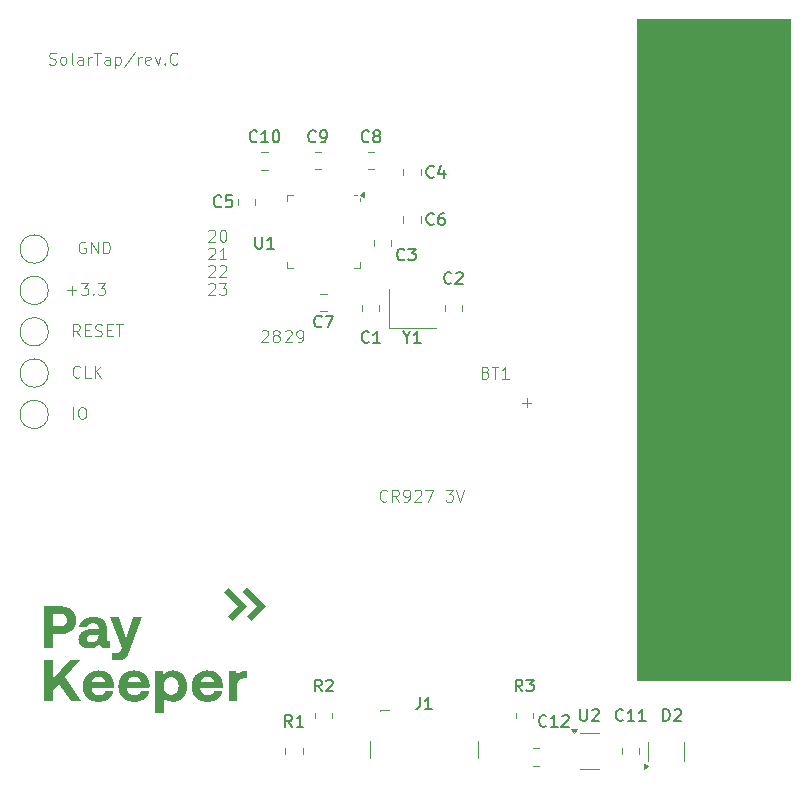
<source format=gbr>
%TF.GenerationSoftware,KiCad,Pcbnew,8.0.3-8.0.3-0~ubuntu24.04.1*%
%TF.CreationDate,2024-08-27T16:23:42+05:00*%
%TF.ProjectId,solartap_mcu_clear_60x60_g400,736f6c61-7274-4617-905f-6d63755f636c,rev?*%
%TF.SameCoordinates,Original*%
%TF.FileFunction,Legend,Top*%
%TF.FilePolarity,Positive*%
%FSLAX46Y46*%
G04 Gerber Fmt 4.6, Leading zero omitted, Abs format (unit mm)*
G04 Created by KiCad (PCBNEW 8.0.3-8.0.3-0~ubuntu24.04.1) date 2024-08-27 16:23:42*
%MOMM*%
%LPD*%
G01*
G04 APERTURE LIST*
%ADD10C,0.100000*%
%ADD11C,0.000000*%
%ADD12C,0.150000*%
%ADD13C,0.120000*%
G04 APERTURE END LIST*
D10*
X76756265Y-67467657D02*
X76803884Y-67420038D01*
X76803884Y-67420038D02*
X76899122Y-67372419D01*
X76899122Y-67372419D02*
X77137217Y-67372419D01*
X77137217Y-67372419D02*
X77232455Y-67420038D01*
X77232455Y-67420038D02*
X77280074Y-67467657D01*
X77280074Y-67467657D02*
X77327693Y-67562895D01*
X77327693Y-67562895D02*
X77327693Y-67658133D01*
X77327693Y-67658133D02*
X77280074Y-67800990D01*
X77280074Y-67800990D02*
X76708646Y-68372419D01*
X76708646Y-68372419D02*
X77327693Y-68372419D01*
X77661027Y-67372419D02*
X78280074Y-67372419D01*
X78280074Y-67372419D02*
X77946741Y-67753371D01*
X77946741Y-67753371D02*
X78089598Y-67753371D01*
X78089598Y-67753371D02*
X78184836Y-67800990D01*
X78184836Y-67800990D02*
X78232455Y-67848609D01*
X78232455Y-67848609D02*
X78280074Y-67943847D01*
X78280074Y-67943847D02*
X78280074Y-68181942D01*
X78280074Y-68181942D02*
X78232455Y-68277180D01*
X78232455Y-68277180D02*
X78184836Y-68324800D01*
X78184836Y-68324800D02*
X78089598Y-68372419D01*
X78089598Y-68372419D02*
X77803884Y-68372419D01*
X77803884Y-68372419D02*
X77708646Y-68324800D01*
X77708646Y-68324800D02*
X77661027Y-68277180D01*
X76756265Y-65967657D02*
X76803884Y-65920038D01*
X76803884Y-65920038D02*
X76899122Y-65872419D01*
X76899122Y-65872419D02*
X77137217Y-65872419D01*
X77137217Y-65872419D02*
X77232455Y-65920038D01*
X77232455Y-65920038D02*
X77280074Y-65967657D01*
X77280074Y-65967657D02*
X77327693Y-66062895D01*
X77327693Y-66062895D02*
X77327693Y-66158133D01*
X77327693Y-66158133D02*
X77280074Y-66300990D01*
X77280074Y-66300990D02*
X76708646Y-66872419D01*
X76708646Y-66872419D02*
X77327693Y-66872419D01*
X77708646Y-65967657D02*
X77756265Y-65920038D01*
X77756265Y-65920038D02*
X77851503Y-65872419D01*
X77851503Y-65872419D02*
X78089598Y-65872419D01*
X78089598Y-65872419D02*
X78184836Y-65920038D01*
X78184836Y-65920038D02*
X78232455Y-65967657D01*
X78232455Y-65967657D02*
X78280074Y-66062895D01*
X78280074Y-66062895D02*
X78280074Y-66158133D01*
X78280074Y-66158133D02*
X78232455Y-66300990D01*
X78232455Y-66300990D02*
X77661027Y-66872419D01*
X77661027Y-66872419D02*
X78280074Y-66872419D01*
X76756265Y-64467657D02*
X76803884Y-64420038D01*
X76803884Y-64420038D02*
X76899122Y-64372419D01*
X76899122Y-64372419D02*
X77137217Y-64372419D01*
X77137217Y-64372419D02*
X77232455Y-64420038D01*
X77232455Y-64420038D02*
X77280074Y-64467657D01*
X77280074Y-64467657D02*
X77327693Y-64562895D01*
X77327693Y-64562895D02*
X77327693Y-64658133D01*
X77327693Y-64658133D02*
X77280074Y-64800990D01*
X77280074Y-64800990D02*
X76708646Y-65372419D01*
X76708646Y-65372419D02*
X77327693Y-65372419D01*
X78280074Y-65372419D02*
X77708646Y-65372419D01*
X77994360Y-65372419D02*
X77994360Y-64372419D01*
X77994360Y-64372419D02*
X77899122Y-64515276D01*
X77899122Y-64515276D02*
X77803884Y-64610514D01*
X77803884Y-64610514D02*
X77708646Y-64658133D01*
X76756265Y-62967657D02*
X76803884Y-62920038D01*
X76803884Y-62920038D02*
X76899122Y-62872419D01*
X76899122Y-62872419D02*
X77137217Y-62872419D01*
X77137217Y-62872419D02*
X77232455Y-62920038D01*
X77232455Y-62920038D02*
X77280074Y-62967657D01*
X77280074Y-62967657D02*
X77327693Y-63062895D01*
X77327693Y-63062895D02*
X77327693Y-63158133D01*
X77327693Y-63158133D02*
X77280074Y-63300990D01*
X77280074Y-63300990D02*
X76708646Y-63872419D01*
X76708646Y-63872419D02*
X77327693Y-63872419D01*
X77946741Y-62872419D02*
X78041979Y-62872419D01*
X78041979Y-62872419D02*
X78137217Y-62920038D01*
X78137217Y-62920038D02*
X78184836Y-62967657D01*
X78184836Y-62967657D02*
X78232455Y-63062895D01*
X78232455Y-63062895D02*
X78280074Y-63253371D01*
X78280074Y-63253371D02*
X78280074Y-63491466D01*
X78280074Y-63491466D02*
X78232455Y-63681942D01*
X78232455Y-63681942D02*
X78184836Y-63777180D01*
X78184836Y-63777180D02*
X78137217Y-63824800D01*
X78137217Y-63824800D02*
X78041979Y-63872419D01*
X78041979Y-63872419D02*
X77946741Y-63872419D01*
X77946741Y-63872419D02*
X77851503Y-63824800D01*
X77851503Y-63824800D02*
X77803884Y-63777180D01*
X77803884Y-63777180D02*
X77756265Y-63681942D01*
X77756265Y-63681942D02*
X77708646Y-63491466D01*
X77708646Y-63491466D02*
X77708646Y-63253371D01*
X77708646Y-63253371D02*
X77756265Y-63062895D01*
X77756265Y-63062895D02*
X77803884Y-62967657D01*
X77803884Y-62967657D02*
X77851503Y-62920038D01*
X77851503Y-62920038D02*
X77946741Y-62872419D01*
X83256265Y-71467657D02*
X83303884Y-71420038D01*
X83303884Y-71420038D02*
X83399122Y-71372419D01*
X83399122Y-71372419D02*
X83637217Y-71372419D01*
X83637217Y-71372419D02*
X83732455Y-71420038D01*
X83732455Y-71420038D02*
X83780074Y-71467657D01*
X83780074Y-71467657D02*
X83827693Y-71562895D01*
X83827693Y-71562895D02*
X83827693Y-71658133D01*
X83827693Y-71658133D02*
X83780074Y-71800990D01*
X83780074Y-71800990D02*
X83208646Y-72372419D01*
X83208646Y-72372419D02*
X83827693Y-72372419D01*
X84303884Y-72372419D02*
X84494360Y-72372419D01*
X84494360Y-72372419D02*
X84589598Y-72324800D01*
X84589598Y-72324800D02*
X84637217Y-72277180D01*
X84637217Y-72277180D02*
X84732455Y-72134323D01*
X84732455Y-72134323D02*
X84780074Y-71943847D01*
X84780074Y-71943847D02*
X84780074Y-71562895D01*
X84780074Y-71562895D02*
X84732455Y-71467657D01*
X84732455Y-71467657D02*
X84684836Y-71420038D01*
X84684836Y-71420038D02*
X84589598Y-71372419D01*
X84589598Y-71372419D02*
X84399122Y-71372419D01*
X84399122Y-71372419D02*
X84303884Y-71420038D01*
X84303884Y-71420038D02*
X84256265Y-71467657D01*
X84256265Y-71467657D02*
X84208646Y-71562895D01*
X84208646Y-71562895D02*
X84208646Y-71800990D01*
X84208646Y-71800990D02*
X84256265Y-71896228D01*
X84256265Y-71896228D02*
X84303884Y-71943847D01*
X84303884Y-71943847D02*
X84399122Y-71991466D01*
X84399122Y-71991466D02*
X84589598Y-71991466D01*
X84589598Y-71991466D02*
X84684836Y-71943847D01*
X84684836Y-71943847D02*
X84732455Y-71896228D01*
X84732455Y-71896228D02*
X84780074Y-71800990D01*
D11*
G36*
X81602297Y-94747376D02*
G01*
X80386219Y-95963454D01*
X80012044Y-95589280D01*
X80853924Y-94747376D01*
X79637870Y-93531298D01*
X80012044Y-93157124D01*
X81602297Y-94747376D01*
G37*
G36*
X80026200Y-94747376D02*
G01*
X78810122Y-95963454D01*
X78435949Y-95589280D01*
X79277852Y-94747376D01*
X78061774Y-93531298D01*
X78435949Y-93157124D01*
X80026200Y-94747376D01*
G37*
G36*
X64335955Y-94745959D02*
G01*
X64405284Y-94749936D01*
X64473018Y-94756521D01*
X64539113Y-94765675D01*
X64603521Y-94777363D01*
X64666196Y-94791547D01*
X64727093Y-94808191D01*
X64786166Y-94827257D01*
X64843369Y-94848709D01*
X64898655Y-94872511D01*
X64951978Y-94898624D01*
X65003293Y-94927013D01*
X65052554Y-94957641D01*
X65099713Y-94990470D01*
X65144727Y-95025465D01*
X65187548Y-95062587D01*
X65228130Y-95101801D01*
X65266427Y-95143070D01*
X65302394Y-95186356D01*
X65335984Y-95231623D01*
X65367151Y-95278834D01*
X65395850Y-95327952D01*
X65422034Y-95378941D01*
X65445657Y-95431764D01*
X65466673Y-95486383D01*
X65485036Y-95542762D01*
X65500701Y-95600864D01*
X65513621Y-95660653D01*
X65523749Y-95722091D01*
X65531041Y-95785142D01*
X65535450Y-95849768D01*
X65536930Y-95915934D01*
X65535450Y-95981643D01*
X65531041Y-96045842D01*
X65523749Y-96108492D01*
X65513621Y-96169556D01*
X65500701Y-96228997D01*
X65485036Y-96286776D01*
X65466673Y-96342856D01*
X65445657Y-96397199D01*
X65422034Y-96449767D01*
X65395850Y-96500523D01*
X65367151Y-96549429D01*
X65335984Y-96596446D01*
X65302394Y-96641538D01*
X65266427Y-96684667D01*
X65228130Y-96725795D01*
X65187548Y-96764883D01*
X65144727Y-96801895D01*
X65099713Y-96836793D01*
X65052554Y-96869538D01*
X65003293Y-96900094D01*
X64951978Y-96928422D01*
X64898655Y-96954485D01*
X64843369Y-96978245D01*
X64786166Y-96999664D01*
X64727093Y-97018704D01*
X64666196Y-97035329D01*
X64603521Y-97049499D01*
X64539113Y-97061177D01*
X64473018Y-97070326D01*
X64405284Y-97076908D01*
X64335955Y-97080884D01*
X64265078Y-97082218D01*
X63586422Y-97082218D01*
X63586422Y-98263583D01*
X62832359Y-98263583D01*
X62832359Y-96453832D01*
X62832359Y-95373010D01*
X63586422Y-95373010D01*
X63586422Y-96453832D01*
X64194699Y-96453832D01*
X64227318Y-96453231D01*
X64259182Y-96451437D01*
X64290273Y-96448464D01*
X64320572Y-96444328D01*
X64350062Y-96439043D01*
X64378722Y-96432624D01*
X64406537Y-96425086D01*
X64433485Y-96416443D01*
X64459550Y-96406711D01*
X64484713Y-96395903D01*
X64508956Y-96384035D01*
X64532260Y-96371121D01*
X64554606Y-96357176D01*
X64575977Y-96342215D01*
X64596353Y-96326253D01*
X64615717Y-96309304D01*
X64634050Y-96291382D01*
X64651334Y-96272504D01*
X64667549Y-96252683D01*
X64682679Y-96231934D01*
X64696704Y-96210272D01*
X64709606Y-96187711D01*
X64721367Y-96164267D01*
X64731968Y-96139954D01*
X64741391Y-96114786D01*
X64749617Y-96088780D01*
X64756628Y-96061948D01*
X64762406Y-96034306D01*
X64766931Y-96005869D01*
X64770187Y-95976652D01*
X64772153Y-95946669D01*
X64772813Y-95915934D01*
X64772153Y-95884743D01*
X64770187Y-95854332D01*
X64766931Y-95824714D01*
X64762406Y-95795903D01*
X64756628Y-95767913D01*
X64749617Y-95740758D01*
X64741391Y-95714452D01*
X64731968Y-95689009D01*
X64721367Y-95664441D01*
X64709606Y-95640764D01*
X64696704Y-95617991D01*
X64682679Y-95596135D01*
X64667549Y-95575211D01*
X64651334Y-95555233D01*
X64634050Y-95536213D01*
X64615717Y-95518167D01*
X64596353Y-95501107D01*
X64575977Y-95485047D01*
X64554606Y-95470003D01*
X64532260Y-95455986D01*
X64508956Y-95443011D01*
X64484713Y-95431092D01*
X64459550Y-95420243D01*
X64433485Y-95410477D01*
X64406537Y-95401808D01*
X64378722Y-95394251D01*
X64350062Y-95387818D01*
X64320572Y-95382524D01*
X64290273Y-95378382D01*
X64259182Y-95375407D01*
X64227318Y-95373611D01*
X64194699Y-95373010D01*
X63586422Y-95373010D01*
X62832359Y-95373010D01*
X62832359Y-94744624D01*
X64265078Y-94744624D01*
X64335955Y-94745959D01*
G37*
G36*
X67140944Y-95653264D02*
G01*
X67265705Y-95664532D01*
X67382956Y-95683267D01*
X67492533Y-95709432D01*
X67544393Y-95725289D01*
X67594275Y-95742990D01*
X67642157Y-95762530D01*
X67688020Y-95783905D01*
X67731842Y-95807110D01*
X67773605Y-95832140D01*
X67813288Y-95858990D01*
X67850870Y-95887657D01*
X67886331Y-95918136D01*
X67919651Y-95950421D01*
X67950810Y-95984508D01*
X67979787Y-96020394D01*
X68006562Y-96058072D01*
X68031116Y-96097539D01*
X68053427Y-96138790D01*
X68073475Y-96181820D01*
X68091241Y-96226625D01*
X68106704Y-96273200D01*
X68119843Y-96321540D01*
X68130639Y-96371642D01*
X68139071Y-96423499D01*
X68145119Y-96477109D01*
X68148762Y-96532465D01*
X68149981Y-96589564D01*
X68149981Y-97504493D01*
X68150143Y-97516896D01*
X68150629Y-97528668D01*
X68151439Y-97539822D01*
X68152574Y-97550375D01*
X68154032Y-97560343D01*
X68155814Y-97569741D01*
X68157920Y-97578585D01*
X68160350Y-97586890D01*
X68163104Y-97594673D01*
X68166182Y-97601948D01*
X68169584Y-97608732D01*
X68173310Y-97615040D01*
X68177360Y-97620888D01*
X68181734Y-97626291D01*
X68186433Y-97631265D01*
X68191455Y-97635826D01*
X68196801Y-97639989D01*
X68202471Y-97643770D01*
X68208465Y-97647185D01*
X68214784Y-97650250D01*
X68221426Y-97652979D01*
X68228392Y-97655388D01*
X68235682Y-97657494D01*
X68243297Y-97659312D01*
X68259497Y-97662146D01*
X68276994Y-97664015D01*
X68295786Y-97665045D01*
X68315875Y-97665360D01*
X68396309Y-97665360D01*
X68396309Y-98263583D01*
X68034358Y-98263583D01*
X68000686Y-98263070D01*
X67968463Y-98261547D01*
X67937665Y-98259030D01*
X67908269Y-98255541D01*
X67880249Y-98251099D01*
X67853582Y-98245721D01*
X67828244Y-98239429D01*
X67804212Y-98232242D01*
X67781461Y-98224178D01*
X67759967Y-98215257D01*
X67739707Y-98205498D01*
X67720656Y-98194921D01*
X67702791Y-98183546D01*
X67686088Y-98171390D01*
X67670522Y-98158474D01*
X67656070Y-98144817D01*
X67642708Y-98130439D01*
X67630412Y-98115358D01*
X67619158Y-98099594D01*
X67608922Y-98083167D01*
X67599680Y-98066095D01*
X67591408Y-98048398D01*
X67584082Y-98030095D01*
X67577679Y-98011206D01*
X67572174Y-97991750D01*
X67567544Y-97971747D01*
X67560811Y-97930174D01*
X67557289Y-97886642D01*
X67556785Y-97841306D01*
X67521895Y-97893609D01*
X67485031Y-97943017D01*
X67446106Y-97989465D01*
X67425842Y-98011558D01*
X67405030Y-98032886D01*
X67383658Y-98053441D01*
X67361716Y-98073214D01*
X67339191Y-98092198D01*
X67316074Y-98110384D01*
X67292353Y-98127763D01*
X67268017Y-98144328D01*
X67243056Y-98160069D01*
X67217457Y-98174980D01*
X67191210Y-98189051D01*
X67164304Y-98202274D01*
X67136728Y-98214641D01*
X67108471Y-98226144D01*
X67079522Y-98236774D01*
X67049869Y-98246524D01*
X67019503Y-98255384D01*
X66988410Y-98263347D01*
X66956582Y-98270404D01*
X66924006Y-98276546D01*
X66890671Y-98281767D01*
X66856567Y-98286057D01*
X66821683Y-98289408D01*
X66786006Y-98291812D01*
X66749528Y-98293260D01*
X66712235Y-98293745D01*
X66609495Y-98290632D01*
X66510769Y-98281334D01*
X66416416Y-98265909D01*
X66326799Y-98244417D01*
X66242278Y-98216915D01*
X66163213Y-98183463D01*
X66125839Y-98164524D01*
X66089966Y-98144120D01*
X66055636Y-98122258D01*
X66022896Y-98098945D01*
X65991792Y-98074189D01*
X65962367Y-98047997D01*
X65934667Y-98020376D01*
X65908737Y-97991334D01*
X65884622Y-97960878D01*
X65862368Y-97929016D01*
X65842019Y-97895755D01*
X65823620Y-97861101D01*
X65807217Y-97825064D01*
X65792855Y-97787649D01*
X65780579Y-97748865D01*
X65770433Y-97708718D01*
X65762464Y-97667216D01*
X65756715Y-97624367D01*
X65753233Y-97580177D01*
X65752063Y-97534655D01*
X65753259Y-97484383D01*
X66465908Y-97484383D01*
X66466333Y-97501157D01*
X66467603Y-97517538D01*
X66469706Y-97533519D01*
X66472633Y-97549088D01*
X66476374Y-97564238D01*
X66480919Y-97578959D01*
X66486257Y-97593241D01*
X66492379Y-97607077D01*
X66499273Y-97620455D01*
X66506931Y-97633368D01*
X66515341Y-97645806D01*
X66524495Y-97657760D01*
X66534381Y-97669220D01*
X66544990Y-97680178D01*
X66556311Y-97690624D01*
X66568335Y-97700549D01*
X66581050Y-97709944D01*
X66594448Y-97718799D01*
X66608518Y-97727106D01*
X66623250Y-97734855D01*
X66638633Y-97742037D01*
X66654658Y-97748643D01*
X66671314Y-97754663D01*
X66688592Y-97760089D01*
X66706481Y-97764910D01*
X66724971Y-97769119D01*
X66744052Y-97772706D01*
X66763714Y-97775661D01*
X66783946Y-97777975D01*
X66804739Y-97779640D01*
X66826083Y-97780645D01*
X66847966Y-97780982D01*
X66882412Y-97780308D01*
X66915990Y-97778299D01*
X66948687Y-97774976D01*
X66980487Y-97770359D01*
X67011378Y-97764467D01*
X67041346Y-97757322D01*
X67070377Y-97748944D01*
X67098457Y-97739352D01*
X67125572Y-97728567D01*
X67151709Y-97716610D01*
X67176853Y-97703500D01*
X67200991Y-97689258D01*
X67224110Y-97673904D01*
X67246195Y-97657458D01*
X67267232Y-97639941D01*
X67287208Y-97621372D01*
X67306109Y-97601773D01*
X67323921Y-97581163D01*
X67340630Y-97559563D01*
X67356222Y-97536992D01*
X67370685Y-97513472D01*
X67384003Y-97489021D01*
X67396163Y-97463661D01*
X67407151Y-97437413D01*
X67416954Y-97410295D01*
X67425557Y-97382328D01*
X67432947Y-97353533D01*
X67439110Y-97323930D01*
X67444033Y-97293539D01*
X67447700Y-97262380D01*
X67450100Y-97230474D01*
X67451217Y-97197840D01*
X67451217Y-97147570D01*
X66933427Y-97147570D01*
X66879299Y-97148978D01*
X66828182Y-97153176D01*
X66780144Y-97160129D01*
X66735250Y-97169799D01*
X66693567Y-97182150D01*
X66655160Y-97197144D01*
X66637207Y-97205621D01*
X66620097Y-97214745D01*
X66603840Y-97224511D01*
X66588443Y-97234915D01*
X66573916Y-97245953D01*
X66560265Y-97257619D01*
X66547500Y-97269910D01*
X66535629Y-97282820D01*
X66524660Y-97296345D01*
X66514602Y-97310480D01*
X66505462Y-97325221D01*
X66497249Y-97340562D01*
X66489971Y-97356501D01*
X66483636Y-97373031D01*
X66478254Y-97390148D01*
X66473831Y-97407848D01*
X66470377Y-97426127D01*
X66467900Y-97444978D01*
X66466407Y-97464399D01*
X66465908Y-97484383D01*
X65753259Y-97484383D01*
X65753269Y-97483979D01*
X65756881Y-97434701D01*
X65762890Y-97386835D01*
X65771287Y-97340396D01*
X65782063Y-97295395D01*
X65795208Y-97251848D01*
X65810713Y-97209769D01*
X65828569Y-97169170D01*
X65848766Y-97130067D01*
X65871296Y-97092472D01*
X65896150Y-97056399D01*
X65923317Y-97021863D01*
X65952790Y-96988877D01*
X65984558Y-96957455D01*
X66018612Y-96927610D01*
X66054944Y-96899357D01*
X66093544Y-96872710D01*
X66134403Y-96847681D01*
X66177511Y-96824286D01*
X66222860Y-96802537D01*
X66270441Y-96782449D01*
X66320243Y-96764035D01*
X66372258Y-96747309D01*
X66426477Y-96732285D01*
X66482890Y-96718977D01*
X66541489Y-96707399D01*
X66602263Y-96697564D01*
X66665205Y-96689486D01*
X66730304Y-96683180D01*
X66797551Y-96678658D01*
X66866938Y-96675935D01*
X66938454Y-96675024D01*
X67451217Y-96675024D01*
X67451217Y-96549347D01*
X67450732Y-96527905D01*
X67449281Y-96506948D01*
X67446871Y-96486488D01*
X67443509Y-96466537D01*
X67439200Y-96447110D01*
X67433952Y-96428218D01*
X67427770Y-96409875D01*
X67420661Y-96392093D01*
X67412632Y-96374886D01*
X67403689Y-96358266D01*
X67393838Y-96342246D01*
X67383086Y-96326839D01*
X67371439Y-96312059D01*
X67358904Y-96297916D01*
X67345487Y-96284426D01*
X67331195Y-96271600D01*
X67316034Y-96259452D01*
X67300010Y-96247994D01*
X67283130Y-96237239D01*
X67265401Y-96227201D01*
X67246828Y-96217891D01*
X67227419Y-96209324D01*
X67207180Y-96201511D01*
X67186116Y-96194466D01*
X67164236Y-96188201D01*
X67141544Y-96182730D01*
X67118048Y-96178066D01*
X67093754Y-96174220D01*
X67068668Y-96171207D01*
X67042797Y-96169038D01*
X67016147Y-96167728D01*
X66988725Y-96167288D01*
X66937959Y-96168746D01*
X66889410Y-96173062D01*
X66843174Y-96180146D01*
X66799345Y-96189910D01*
X66758020Y-96202267D01*
X66719295Y-96217127D01*
X66683264Y-96234403D01*
X66650025Y-96254006D01*
X66619672Y-96275847D01*
X66592302Y-96299838D01*
X66568009Y-96325892D01*
X66557048Y-96339664D01*
X66546891Y-96353919D01*
X66537552Y-96368645D01*
X66529042Y-96383831D01*
X66521374Y-96399466D01*
X66514559Y-96415540D01*
X66508609Y-96432040D01*
X66503536Y-96448957D01*
X66499353Y-96466279D01*
X66496071Y-96483994D01*
X65812388Y-96483994D01*
X65818302Y-96437371D01*
X65826597Y-96391779D01*
X65837238Y-96347247D01*
X65850189Y-96303805D01*
X65865415Y-96261482D01*
X65882882Y-96220308D01*
X65902554Y-96180312D01*
X65924397Y-96141524D01*
X65948376Y-96103974D01*
X65974455Y-96067689D01*
X66002599Y-96032701D01*
X66032774Y-95999038D01*
X66064945Y-95966730D01*
X66099076Y-95935807D01*
X66135133Y-95906298D01*
X66173081Y-95878231D01*
X66212884Y-95851638D01*
X66254508Y-95826547D01*
X66297918Y-95802987D01*
X66343079Y-95780989D01*
X66389955Y-95760581D01*
X66438512Y-95741793D01*
X66488715Y-95724655D01*
X66540529Y-95709196D01*
X66593919Y-95695445D01*
X66648849Y-95683432D01*
X66705286Y-95673187D01*
X66763193Y-95664738D01*
X66822537Y-95658115D01*
X66883281Y-95653348D01*
X66945392Y-95650467D01*
X67008833Y-95649500D01*
X67140944Y-95653264D01*
G37*
G36*
X69784339Y-97519575D02*
G01*
X70397643Y-95679662D01*
X71156731Y-95679662D01*
X70010558Y-98630560D01*
X69980675Y-98708147D01*
X69951058Y-98780675D01*
X69921263Y-98848152D01*
X69890850Y-98910584D01*
X69859377Y-98967980D01*
X69826401Y-99020345D01*
X69791482Y-99067689D01*
X69773155Y-99089480D01*
X69754176Y-99110018D01*
X69734491Y-99129304D01*
X69714043Y-99147339D01*
X69692778Y-99164125D01*
X69670640Y-99179661D01*
X69647575Y-99193949D01*
X69623526Y-99206989D01*
X69598439Y-99218784D01*
X69572259Y-99229333D01*
X69544929Y-99238637D01*
X69516396Y-99246698D01*
X69486604Y-99253516D01*
X69455497Y-99259093D01*
X69423020Y-99263428D01*
X69389118Y-99266524D01*
X69353737Y-99268381D01*
X69316819Y-99269000D01*
X68628109Y-99269000D01*
X68628109Y-98670776D01*
X69020222Y-98670776D01*
X69052773Y-98670225D01*
X69082687Y-98668488D01*
X69110157Y-98665441D01*
X69135374Y-98660957D01*
X69147197Y-98658138D01*
X69158528Y-98654913D01*
X69169392Y-98651266D01*
X69179812Y-98647182D01*
X69189813Y-98642645D01*
X69199417Y-98637640D01*
X69208650Y-98632150D01*
X69217535Y-98626161D01*
X69226096Y-98619656D01*
X69234356Y-98612620D01*
X69242341Y-98605037D01*
X69250073Y-98596892D01*
X69257578Y-98588168D01*
X69264877Y-98578852D01*
X69271997Y-98568925D01*
X69278960Y-98558374D01*
X69292512Y-98535334D01*
X69305725Y-98509606D01*
X69318791Y-98481065D01*
X69331901Y-98449586D01*
X69397253Y-98278663D01*
X68401891Y-95679662D01*
X69155954Y-95679662D01*
X69784339Y-97519575D01*
G37*
G36*
X63586422Y-100862583D02*
G01*
X64994005Y-99269000D01*
X65908934Y-99269000D01*
X64606920Y-100736907D01*
X65994394Y-102787957D01*
X65089519Y-102787957D01*
X64074048Y-101289886D01*
X63586422Y-101842866D01*
X63586422Y-102787957D01*
X62832359Y-102787957D01*
X62832359Y-99269000D01*
X63586422Y-99269000D01*
X63586422Y-100862583D01*
G37*
G36*
X67514346Y-100175282D02*
G01*
X67584659Y-100179480D01*
X67653404Y-100186430D01*
X67720533Y-100196094D01*
X67785997Y-100208435D01*
X67849750Y-100223415D01*
X67911742Y-100240997D01*
X67971926Y-100261142D01*
X68030255Y-100283812D01*
X68086680Y-100308971D01*
X68141154Y-100336580D01*
X68193629Y-100366602D01*
X68244056Y-100398999D01*
X68292388Y-100433733D01*
X68338578Y-100470766D01*
X68382576Y-100510060D01*
X68424336Y-100551579D01*
X68463810Y-100595284D01*
X68500949Y-100641137D01*
X68535706Y-100689101D01*
X68568033Y-100739138D01*
X68597882Y-100791210D01*
X68625205Y-100845279D01*
X68649954Y-100901309D01*
X68672082Y-100959260D01*
X68691540Y-101019095D01*
X68708282Y-101080777D01*
X68722258Y-101144268D01*
X68733421Y-101209529D01*
X68741723Y-101276524D01*
X68747117Y-101345215D01*
X68749553Y-101415563D01*
X68749308Y-101444282D01*
X68748532Y-101473767D01*
X68747167Y-101503842D01*
X68745154Y-101534328D01*
X68742435Y-101565050D01*
X68738949Y-101595831D01*
X68734639Y-101626494D01*
X68729445Y-101656863D01*
X66854342Y-101656863D01*
X66854342Y-101692054D01*
X66856401Y-101726029D01*
X66859738Y-101759135D01*
X66864333Y-101791360D01*
X66870170Y-101822689D01*
X66877229Y-101853109D01*
X66885492Y-101882606D01*
X66894940Y-101911165D01*
X66905556Y-101938774D01*
X66917320Y-101965417D01*
X66930215Y-101991083D01*
X66944222Y-102015756D01*
X66959322Y-102039423D01*
X66975498Y-102062070D01*
X66992730Y-102083683D01*
X67011000Y-102104249D01*
X67030291Y-102123754D01*
X67050582Y-102142183D01*
X67071857Y-102159524D01*
X67094097Y-102175762D01*
X67117283Y-102190883D01*
X67141396Y-102204874D01*
X67166420Y-102217720D01*
X67192334Y-102229409D01*
X67219121Y-102239926D01*
X67246762Y-102249257D01*
X67275238Y-102257389D01*
X67304533Y-102264308D01*
X67334626Y-102270000D01*
X67365500Y-102274451D01*
X67397136Y-102277647D01*
X67429515Y-102279575D01*
X67462620Y-102280221D01*
X67515332Y-102278751D01*
X67565960Y-102274349D01*
X67614423Y-102267032D01*
X67660640Y-102256814D01*
X67704530Y-102243708D01*
X67746012Y-102227731D01*
X67785005Y-102208897D01*
X67821428Y-102187220D01*
X67855200Y-102162716D01*
X67871067Y-102149408D01*
X67886240Y-102135398D01*
X67900710Y-102120689D01*
X67914467Y-102105282D01*
X67927500Y-102089180D01*
X67939800Y-102072383D01*
X67951356Y-102054894D01*
X67962158Y-102036715D01*
X67972196Y-102017847D01*
X67981460Y-101998292D01*
X67989940Y-101978053D01*
X67997625Y-101957130D01*
X68010572Y-101913244D01*
X68709337Y-101913244D01*
X68700725Y-101960069D01*
X68689985Y-102006250D01*
X68677142Y-102051731D01*
X68662217Y-102096458D01*
X68645235Y-102140374D01*
X68626216Y-102183425D01*
X68605186Y-102225556D01*
X68582167Y-102266711D01*
X68557181Y-102306835D01*
X68530253Y-102345873D01*
X68501404Y-102383770D01*
X68470658Y-102420469D01*
X68438038Y-102455917D01*
X68403567Y-102490058D01*
X68367267Y-102522837D01*
X68329163Y-102554198D01*
X68289277Y-102584086D01*
X68247631Y-102612447D01*
X68204250Y-102639224D01*
X68159155Y-102664362D01*
X68112371Y-102687807D01*
X68063919Y-102709503D01*
X68013824Y-102729395D01*
X67962107Y-102747427D01*
X67908793Y-102763545D01*
X67853904Y-102777693D01*
X67797462Y-102789816D01*
X67739492Y-102799858D01*
X67680016Y-102807765D01*
X67619057Y-102813481D01*
X67556638Y-102816952D01*
X67492782Y-102818121D01*
X67413199Y-102816611D01*
X67335650Y-102812110D01*
X67260170Y-102804663D01*
X67186788Y-102794311D01*
X67115539Y-102781098D01*
X67046453Y-102765067D01*
X66979564Y-102746263D01*
X66914904Y-102724727D01*
X66852504Y-102700503D01*
X66792397Y-102673635D01*
X66734615Y-102644165D01*
X66679190Y-102612138D01*
X66626156Y-102577595D01*
X66575542Y-102540581D01*
X66527383Y-102501139D01*
X66481710Y-102459312D01*
X66438556Y-102415143D01*
X66397952Y-102368676D01*
X66359931Y-102319954D01*
X66324526Y-102269019D01*
X66291767Y-102215916D01*
X66261688Y-102160688D01*
X66234321Y-102103377D01*
X66209698Y-102044027D01*
X66187851Y-101982682D01*
X66168812Y-101919385D01*
X66152614Y-101854178D01*
X66139289Y-101787106D01*
X66128869Y-101718211D01*
X66121386Y-101647537D01*
X66116873Y-101575126D01*
X66115362Y-101501023D01*
X66116900Y-101426449D01*
X66121485Y-101353569D01*
X66129068Y-101282426D01*
X66139603Y-101213066D01*
X66143324Y-101194372D01*
X66869424Y-101194372D01*
X68035708Y-101194372D01*
X68030510Y-101165094D01*
X68024352Y-101136647D01*
X68017244Y-101109038D01*
X68009197Y-101082274D01*
X68000223Y-101056359D01*
X67990331Y-101031302D01*
X67979534Y-101007108D01*
X67967842Y-100983784D01*
X67955266Y-100961336D01*
X67941818Y-100939771D01*
X67927508Y-100919095D01*
X67912347Y-100899315D01*
X67896347Y-100880437D01*
X67879519Y-100862467D01*
X67861873Y-100845413D01*
X67843421Y-100829280D01*
X67824174Y-100814074D01*
X67804142Y-100799803D01*
X67783338Y-100786473D01*
X67761771Y-100774090D01*
X67739452Y-100762660D01*
X67716394Y-100752191D01*
X67692607Y-100742688D01*
X67668102Y-100734158D01*
X67642890Y-100726607D01*
X67616982Y-100720042D01*
X67590389Y-100714470D01*
X67563122Y-100709896D01*
X67535193Y-100706328D01*
X67506612Y-100703771D01*
X67477390Y-100702232D01*
X67447538Y-100701717D01*
X67419014Y-100702260D01*
X67390953Y-100703881D01*
X67363376Y-100706568D01*
X67336305Y-100710309D01*
X67309760Y-100715091D01*
X67283762Y-100720904D01*
X67258334Y-100727735D01*
X67233495Y-100735572D01*
X67209268Y-100744403D01*
X67185673Y-100754216D01*
X67162731Y-100764999D01*
X67140465Y-100776741D01*
X67118894Y-100789428D01*
X67098040Y-100803051D01*
X67077925Y-100817595D01*
X67058568Y-100833050D01*
X67039993Y-100849403D01*
X67022219Y-100866643D01*
X67005268Y-100884757D01*
X66989161Y-100903733D01*
X66973920Y-100923561D01*
X66959564Y-100944226D01*
X66946117Y-100965719D01*
X66933598Y-100988025D01*
X66922029Y-101011135D01*
X66911432Y-101035035D01*
X66901826Y-101059714D01*
X66893234Y-101085160D01*
X66885677Y-101111361D01*
X66879175Y-101138304D01*
X66873751Y-101165979D01*
X66869424Y-101194372D01*
X66143324Y-101194372D01*
X66153044Y-101145532D01*
X66169343Y-101079868D01*
X66188452Y-101016119D01*
X66210326Y-100954329D01*
X66234918Y-100894541D01*
X66262179Y-100836801D01*
X66292064Y-100781152D01*
X66324526Y-100727639D01*
X66359517Y-100676305D01*
X66396990Y-100627196D01*
X66436899Y-100580354D01*
X66479197Y-100535824D01*
X66523836Y-100493652D01*
X66570771Y-100453879D01*
X66619953Y-100416552D01*
X66671336Y-100381713D01*
X66724872Y-100349408D01*
X66780516Y-100319680D01*
X66838220Y-100292573D01*
X66897937Y-100268133D01*
X66959620Y-100246402D01*
X67023223Y-100227425D01*
X67088697Y-100211246D01*
X67155997Y-100197910D01*
X67225076Y-100187461D01*
X67295885Y-100179943D01*
X67368380Y-100175399D01*
X67442511Y-100173875D01*
X67514346Y-100175282D01*
G37*
G36*
X70535888Y-100175282D02*
G01*
X70606201Y-100179480D01*
X70674946Y-100186430D01*
X70742075Y-100196094D01*
X70807539Y-100208435D01*
X70871291Y-100223415D01*
X70933284Y-100240997D01*
X70993468Y-100261142D01*
X71051797Y-100283812D01*
X71108222Y-100308971D01*
X71162696Y-100336580D01*
X71215170Y-100366602D01*
X71265597Y-100398999D01*
X71313930Y-100433733D01*
X71360119Y-100470766D01*
X71404117Y-100510060D01*
X71445877Y-100551579D01*
X71485351Y-100595284D01*
X71522490Y-100641137D01*
X71557247Y-100689101D01*
X71589574Y-100739138D01*
X71619423Y-100791210D01*
X71646746Y-100845279D01*
X71671495Y-100901309D01*
X71693623Y-100959260D01*
X71713082Y-101019095D01*
X71729823Y-101080777D01*
X71743799Y-101144268D01*
X71754962Y-101209529D01*
X71763264Y-101276524D01*
X71768657Y-101345215D01*
X71771094Y-101415563D01*
X71770849Y-101444282D01*
X71770073Y-101473767D01*
X71768709Y-101503842D01*
X71766696Y-101534328D01*
X71763976Y-101565050D01*
X71760491Y-101595831D01*
X71756180Y-101626494D01*
X71750986Y-101656863D01*
X69875884Y-101656863D01*
X69875884Y-101692054D01*
X69877943Y-101726029D01*
X69881279Y-101759135D01*
X69885875Y-101791360D01*
X69891712Y-101822689D01*
X69898771Y-101853109D01*
X69907034Y-101882606D01*
X69916482Y-101911165D01*
X69927098Y-101938774D01*
X69938862Y-101965417D01*
X69951757Y-101991083D01*
X69965764Y-102015756D01*
X69980864Y-102039423D01*
X69997040Y-102062070D01*
X70014272Y-102083683D01*
X70032542Y-102104249D01*
X70051832Y-102123754D01*
X70072124Y-102142183D01*
X70093399Y-102159524D01*
X70115639Y-102175762D01*
X70138825Y-102190883D01*
X70162938Y-102204874D01*
X70187962Y-102217720D01*
X70213876Y-102229409D01*
X70240662Y-102239926D01*
X70268303Y-102249257D01*
X70296780Y-102257389D01*
X70326074Y-102264308D01*
X70356168Y-102270000D01*
X70387041Y-102274451D01*
X70418677Y-102277647D01*
X70451057Y-102279575D01*
X70484162Y-102280221D01*
X70536874Y-102278751D01*
X70587502Y-102274349D01*
X70635965Y-102267032D01*
X70682182Y-102256814D01*
X70726072Y-102243708D01*
X70767554Y-102227731D01*
X70806547Y-102208897D01*
X70842970Y-102187220D01*
X70876742Y-102162716D01*
X70892608Y-102149408D01*
X70907782Y-102135398D01*
X70922252Y-102120689D01*
X70936009Y-102105282D01*
X70949042Y-102089180D01*
X70961342Y-102072383D01*
X70972898Y-102054894D01*
X70983700Y-102036715D01*
X70993738Y-102017847D01*
X71003002Y-101998292D01*
X71011482Y-101978053D01*
X71019167Y-101957130D01*
X71032114Y-101913244D01*
X71730878Y-101913244D01*
X71722266Y-101960069D01*
X71711527Y-102006250D01*
X71698684Y-102051731D01*
X71683759Y-102096458D01*
X71666776Y-102140374D01*
X71647758Y-102183425D01*
X71626728Y-102225556D01*
X71603708Y-102266711D01*
X71578723Y-102306835D01*
X71551794Y-102345873D01*
X71522945Y-102383770D01*
X71492199Y-102420469D01*
X71459579Y-102455917D01*
X71425108Y-102490058D01*
X71388809Y-102522837D01*
X71350705Y-102554198D01*
X71310818Y-102584086D01*
X71269173Y-102612447D01*
X71225791Y-102639224D01*
X71180697Y-102664362D01*
X71133912Y-102687807D01*
X71085461Y-102709503D01*
X71035366Y-102729395D01*
X70983649Y-102747427D01*
X70930335Y-102763545D01*
X70875445Y-102777693D01*
X70819004Y-102789816D01*
X70761034Y-102799858D01*
X70701558Y-102807765D01*
X70640599Y-102813481D01*
X70578180Y-102816952D01*
X70514324Y-102818121D01*
X70434740Y-102816611D01*
X70357192Y-102812110D01*
X70281711Y-102804663D01*
X70208330Y-102794311D01*
X70137080Y-102781098D01*
X70067995Y-102765067D01*
X70001106Y-102746263D01*
X69936445Y-102724727D01*
X69874045Y-102700503D01*
X69813938Y-102673635D01*
X69756156Y-102644165D01*
X69700732Y-102612138D01*
X69647697Y-102577595D01*
X69597084Y-102540581D01*
X69548925Y-102501139D01*
X69503252Y-102459312D01*
X69460098Y-102415143D01*
X69419494Y-102368676D01*
X69381473Y-102319954D01*
X69346067Y-102269019D01*
X69313309Y-102215916D01*
X69283230Y-102160688D01*
X69255863Y-102103377D01*
X69231240Y-102044027D01*
X69209393Y-101982682D01*
X69190354Y-101919385D01*
X69174156Y-101854178D01*
X69160831Y-101787106D01*
X69150411Y-101718211D01*
X69142928Y-101647537D01*
X69138415Y-101575126D01*
X69136903Y-101501023D01*
X69138442Y-101426449D01*
X69143026Y-101353569D01*
X69150610Y-101282426D01*
X69161145Y-101213066D01*
X69164865Y-101194372D01*
X69890966Y-101194372D01*
X71057250Y-101194372D01*
X71052053Y-101165094D01*
X71045895Y-101136647D01*
X71038787Y-101109038D01*
X71030740Y-101082274D01*
X71021765Y-101056359D01*
X71011873Y-101031302D01*
X71001076Y-101007108D01*
X70989384Y-100983784D01*
X70976808Y-100961336D01*
X70963360Y-100939771D01*
X70949050Y-100919095D01*
X70933890Y-100899315D01*
X70917890Y-100880437D01*
X70901061Y-100862467D01*
X70883416Y-100845413D01*
X70864964Y-100829280D01*
X70845716Y-100814074D01*
X70825685Y-100799803D01*
X70804880Y-100786473D01*
X70783313Y-100774090D01*
X70760995Y-100762660D01*
X70737936Y-100752191D01*
X70714149Y-100742688D01*
X70689644Y-100734158D01*
X70664432Y-100726607D01*
X70638524Y-100720042D01*
X70611931Y-100714470D01*
X70584664Y-100709896D01*
X70556735Y-100706328D01*
X70528153Y-100703771D01*
X70498932Y-100702232D01*
X70469080Y-100701717D01*
X70440556Y-100702260D01*
X70412495Y-100703881D01*
X70384918Y-100706568D01*
X70357846Y-100710309D01*
X70331301Y-100715091D01*
X70305303Y-100720904D01*
X70279875Y-100727735D01*
X70255036Y-100735572D01*
X70230809Y-100744403D01*
X70207214Y-100754216D01*
X70184272Y-100764999D01*
X70162005Y-100776741D01*
X70140435Y-100789428D01*
X70119581Y-100803051D01*
X70099465Y-100817595D01*
X70080109Y-100833050D01*
X70061534Y-100849403D01*
X70043760Y-100866643D01*
X70026809Y-100884757D01*
X70010702Y-100903733D01*
X69995461Y-100923561D01*
X69981105Y-100944226D01*
X69967658Y-100965719D01*
X69955139Y-100988025D01*
X69943570Y-101011135D01*
X69932973Y-101035035D01*
X69923367Y-101059714D01*
X69914775Y-101085160D01*
X69907218Y-101111361D01*
X69900717Y-101138304D01*
X69895292Y-101165979D01*
X69890966Y-101194372D01*
X69164865Y-101194372D01*
X69174586Y-101145532D01*
X69190884Y-101079868D01*
X69209994Y-101016119D01*
X69231868Y-100954329D01*
X69256459Y-100894541D01*
X69283721Y-100836801D01*
X69313606Y-100781152D01*
X69346067Y-100727639D01*
X69381058Y-100676305D01*
X69418531Y-100627196D01*
X69458441Y-100580354D01*
X69500738Y-100535824D01*
X69545378Y-100493652D01*
X69592312Y-100453879D01*
X69641494Y-100416552D01*
X69692877Y-100381713D01*
X69746414Y-100349408D01*
X69802058Y-100319680D01*
X69859762Y-100292573D01*
X69919479Y-100268133D01*
X69981162Y-100246402D01*
X70044764Y-100227425D01*
X70110239Y-100211246D01*
X70177539Y-100197910D01*
X70246618Y-100187461D01*
X70317428Y-100179943D01*
X70389922Y-100175399D01*
X70464054Y-100173875D01*
X70535888Y-100175282D01*
G37*
G36*
X73806927Y-100174928D02*
G01*
X73870648Y-100179004D01*
X73933107Y-100186060D01*
X73994250Y-100196055D01*
X74054019Y-100208947D01*
X74112358Y-100224696D01*
X74169212Y-100243260D01*
X74224524Y-100264598D01*
X74278238Y-100288667D01*
X74330298Y-100315427D01*
X74380647Y-100344836D01*
X74429230Y-100376853D01*
X74475991Y-100411436D01*
X74520873Y-100448544D01*
X74563820Y-100488135D01*
X74604776Y-100530169D01*
X74643685Y-100574603D01*
X74680490Y-100621396D01*
X74715136Y-100670507D01*
X74747567Y-100721895D01*
X74777725Y-100775517D01*
X74805556Y-100831333D01*
X74831003Y-100889301D01*
X74854009Y-100949380D01*
X74874520Y-101011528D01*
X74892477Y-101075704D01*
X74907826Y-101141866D01*
X74920510Y-101209973D01*
X74930473Y-101279984D01*
X74937660Y-101351857D01*
X74942012Y-101425550D01*
X74943476Y-101501023D01*
X74942013Y-101575568D01*
X74937661Y-101648365D01*
X74930478Y-101719372D01*
X74920520Y-101788549D01*
X74907845Y-101855856D01*
X74892510Y-101921251D01*
X74874572Y-101984696D01*
X74854088Y-102046148D01*
X74831115Y-102105568D01*
X74805710Y-102162915D01*
X74777930Y-102218148D01*
X74747832Y-102271228D01*
X74715473Y-102322113D01*
X74680911Y-102370763D01*
X74644202Y-102417138D01*
X74605404Y-102461197D01*
X74564574Y-102502899D01*
X74521767Y-102542205D01*
X74477043Y-102579073D01*
X74430458Y-102613463D01*
X74382068Y-102645335D01*
X74331931Y-102674647D01*
X74280104Y-102701360D01*
X74226644Y-102725434D01*
X74171609Y-102746826D01*
X74115054Y-102765498D01*
X74057038Y-102781408D01*
X73997617Y-102794517D01*
X73936848Y-102804783D01*
X73874789Y-102812166D01*
X73811497Y-102816625D01*
X73747028Y-102818121D01*
X73681281Y-102816432D01*
X73617876Y-102811444D01*
X73556797Y-102803275D01*
X73498031Y-102792042D01*
X73441563Y-102777864D01*
X73387377Y-102760859D01*
X73335459Y-102741143D01*
X73285795Y-102718835D01*
X73238369Y-102694053D01*
X73193167Y-102666915D01*
X73150174Y-102637538D01*
X73109376Y-102606040D01*
X73070757Y-102572539D01*
X73034303Y-102537153D01*
X73000000Y-102500000D01*
X72967832Y-102461198D01*
X72967832Y-103793374D01*
X72259012Y-103793374D01*
X72259012Y-101490969D01*
X72957778Y-101490969D01*
X72960582Y-101572284D01*
X72968902Y-101650167D01*
X72982598Y-101724368D01*
X72991418Y-101760010D01*
X73001529Y-101794637D01*
X73012914Y-101828218D01*
X73025556Y-101860723D01*
X73039437Y-101892119D01*
X73054539Y-101922376D01*
X73070846Y-101951462D01*
X73088338Y-101979345D01*
X73107000Y-102005996D01*
X73126813Y-102031381D01*
X73147761Y-102055471D01*
X73169825Y-102078233D01*
X73192988Y-102099636D01*
X73217232Y-102119650D01*
X73242541Y-102138242D01*
X73268896Y-102155382D01*
X73296280Y-102171037D01*
X73324676Y-102185178D01*
X73354067Y-102197773D01*
X73384433Y-102208789D01*
X73415759Y-102218197D01*
X73448027Y-102225964D01*
X73481218Y-102232060D01*
X73515317Y-102236453D01*
X73550304Y-102239112D01*
X73586164Y-102240005D01*
X73622052Y-102239112D01*
X73657123Y-102236453D01*
X73691357Y-102232060D01*
X73724732Y-102225964D01*
X73757228Y-102218197D01*
X73788822Y-102208789D01*
X73819493Y-102197773D01*
X73849221Y-102185178D01*
X73877985Y-102171037D01*
X73905762Y-102155382D01*
X73932533Y-102138242D01*
X73958275Y-102119650D01*
X73982968Y-102099636D01*
X74006591Y-102078233D01*
X74029122Y-102055471D01*
X74050540Y-102031381D01*
X74070824Y-102005996D01*
X74089953Y-101979345D01*
X74107905Y-101951462D01*
X74124660Y-101922376D01*
X74140196Y-101892119D01*
X74154492Y-101860723D01*
X74167527Y-101828218D01*
X74179280Y-101794637D01*
X74189730Y-101760010D01*
X74198854Y-101724368D01*
X74206634Y-101687743D01*
X74213046Y-101650167D01*
X74218070Y-101611670D01*
X74221685Y-101572284D01*
X74223869Y-101532040D01*
X74224602Y-101490969D01*
X74223869Y-101450370D01*
X74221685Y-101410596D01*
X74218070Y-101371679D01*
X74213046Y-101333647D01*
X74206634Y-101296533D01*
X74198854Y-101260366D01*
X74189730Y-101225176D01*
X74179280Y-101190994D01*
X74167527Y-101157851D01*
X74154492Y-101125776D01*
X74140196Y-101094800D01*
X74124660Y-101064954D01*
X74107905Y-101036267D01*
X74089953Y-101008771D01*
X74070824Y-100982495D01*
X74050540Y-100957470D01*
X74029122Y-100933727D01*
X74006591Y-100911295D01*
X73982968Y-100890205D01*
X73958275Y-100870488D01*
X73932533Y-100852173D01*
X73905762Y-100835292D01*
X73877985Y-100819874D01*
X73849221Y-100805950D01*
X73819493Y-100793551D01*
X73788822Y-100782706D01*
X73757228Y-100773446D01*
X73724732Y-100765802D01*
X73691357Y-100759804D01*
X73657123Y-100755482D01*
X73622052Y-100752866D01*
X73586164Y-100751988D01*
X73550304Y-100752866D01*
X73515317Y-100755482D01*
X73481218Y-100759804D01*
X73448027Y-100765802D01*
X73415759Y-100773446D01*
X73384433Y-100782706D01*
X73354067Y-100793551D01*
X73324676Y-100805950D01*
X73296280Y-100819874D01*
X73268896Y-100835292D01*
X73242541Y-100852173D01*
X73217232Y-100870488D01*
X73192988Y-100890205D01*
X73169825Y-100911295D01*
X73147761Y-100933727D01*
X73126813Y-100957470D01*
X73107000Y-100982495D01*
X73088338Y-101008771D01*
X73070846Y-101036267D01*
X73054539Y-101064954D01*
X73039437Y-101094800D01*
X73025556Y-101125776D01*
X73012914Y-101157851D01*
X73001529Y-101190994D01*
X72991418Y-101225176D01*
X72982598Y-101260366D01*
X72975087Y-101296533D01*
X72968902Y-101333647D01*
X72964062Y-101371679D01*
X72960582Y-101410596D01*
X72958482Y-101450370D01*
X72957778Y-101490969D01*
X72259012Y-101490969D01*
X72259012Y-100204037D01*
X72877344Y-100204037D01*
X72947724Y-100560960D01*
X72979950Y-100520161D01*
X73014430Y-100480821D01*
X73051178Y-100443100D01*
X73090209Y-100407162D01*
X73131538Y-100373168D01*
X73175179Y-100341280D01*
X73221146Y-100311660D01*
X73269456Y-100284470D01*
X73294494Y-100271837D01*
X73320122Y-100259872D01*
X73346343Y-100248596D01*
X73373159Y-100238028D01*
X73400572Y-100228190D01*
X73428582Y-100219101D01*
X73457193Y-100210781D01*
X73486406Y-100203252D01*
X73516223Y-100196532D01*
X73546645Y-100190642D01*
X73577675Y-100185603D01*
X73609314Y-100181435D01*
X73641565Y-100178158D01*
X73674428Y-100175792D01*
X73707907Y-100174357D01*
X73742002Y-100173875D01*
X73806927Y-100174928D01*
G37*
G36*
X76736080Y-100175282D02*
G01*
X76806394Y-100179480D01*
X76875139Y-100186430D01*
X76942267Y-100196094D01*
X77007731Y-100208435D01*
X77071484Y-100223415D01*
X77133476Y-100240997D01*
X77193660Y-100261142D01*
X77251989Y-100283812D01*
X77308414Y-100308971D01*
X77362888Y-100336580D01*
X77415363Y-100366602D01*
X77465790Y-100398999D01*
X77514122Y-100433733D01*
X77560312Y-100470766D01*
X77604311Y-100510060D01*
X77646071Y-100551579D01*
X77685544Y-100595284D01*
X77722683Y-100641137D01*
X77757440Y-100689101D01*
X77789767Y-100739138D01*
X77819616Y-100791210D01*
X77846939Y-100845279D01*
X77871689Y-100901309D01*
X77893817Y-100959260D01*
X77913275Y-101019095D01*
X77930016Y-101080777D01*
X77943993Y-101144268D01*
X77955156Y-101209529D01*
X77963458Y-101276524D01*
X77968851Y-101345215D01*
X77971288Y-101415563D01*
X77971043Y-101444282D01*
X77970267Y-101473767D01*
X77968902Y-101503842D01*
X77966889Y-101534328D01*
X77964169Y-101565050D01*
X77960684Y-101595831D01*
X77956374Y-101626494D01*
X77951180Y-101656863D01*
X76076078Y-101656863D01*
X76076078Y-101692054D01*
X76078137Y-101726029D01*
X76081473Y-101759135D01*
X76086069Y-101791360D01*
X76091905Y-101822689D01*
X76098964Y-101853109D01*
X76107227Y-101882606D01*
X76116676Y-101911165D01*
X76127291Y-101938774D01*
X76139056Y-101965417D01*
X76151950Y-101991083D01*
X76165957Y-102015756D01*
X76181057Y-102039423D01*
X76197233Y-102062070D01*
X76214465Y-102083683D01*
X76232735Y-102104249D01*
X76252026Y-102123754D01*
X76272317Y-102142183D01*
X76293592Y-102159524D01*
X76315832Y-102175762D01*
X76339017Y-102190883D01*
X76363131Y-102204874D01*
X76388154Y-102217720D01*
X76414068Y-102229409D01*
X76440855Y-102239926D01*
X76468496Y-102249257D01*
X76496973Y-102257389D01*
X76526267Y-102264308D01*
X76556360Y-102270000D01*
X76587234Y-102274451D01*
X76618870Y-102277647D01*
X76651249Y-102279575D01*
X76684354Y-102280221D01*
X76737067Y-102278751D01*
X76787695Y-102274349D01*
X76836160Y-102267032D01*
X76882379Y-102256814D01*
X76926271Y-102243708D01*
X76967755Y-102227731D01*
X77006750Y-102208897D01*
X77043175Y-102187220D01*
X77076950Y-102162716D01*
X77092818Y-102149408D01*
X77107992Y-102135398D01*
X77122463Y-102120689D01*
X77136221Y-102105282D01*
X77149256Y-102089180D01*
X77161556Y-102072383D01*
X77173113Y-102054894D01*
X77183916Y-102036715D01*
X77193955Y-102017847D01*
X77203219Y-101998292D01*
X77211699Y-101978053D01*
X77219385Y-101957130D01*
X77232332Y-101913244D01*
X77931070Y-101913244D01*
X77922459Y-101960069D01*
X77911720Y-102006250D01*
X77898876Y-102051731D01*
X77883952Y-102096458D01*
X77866969Y-102140374D01*
X77847951Y-102183425D01*
X77826921Y-102225556D01*
X77803901Y-102266711D01*
X77778916Y-102306835D01*
X77751987Y-102345873D01*
X77723138Y-102383770D01*
X77692392Y-102420469D01*
X77659772Y-102455917D01*
X77625301Y-102490058D01*
X77589002Y-102522837D01*
X77550898Y-102554198D01*
X77511011Y-102584086D01*
X77469366Y-102612447D01*
X77425984Y-102639224D01*
X77380890Y-102664362D01*
X77334106Y-102687807D01*
X77285654Y-102709503D01*
X77235559Y-102729395D01*
X77183842Y-102747427D01*
X77130528Y-102763545D01*
X77075639Y-102777693D01*
X77019197Y-102789816D01*
X76961227Y-102799858D01*
X76901751Y-102807765D01*
X76840792Y-102813481D01*
X76778373Y-102816952D01*
X76714518Y-102818121D01*
X76634934Y-102816611D01*
X76557386Y-102812110D01*
X76481905Y-102804663D01*
X76408523Y-102794311D01*
X76337274Y-102781098D01*
X76268188Y-102765067D01*
X76201299Y-102746263D01*
X76136639Y-102724727D01*
X76074239Y-102700503D01*
X76014132Y-102673635D01*
X75956350Y-102644165D01*
X75900925Y-102612138D01*
X75847890Y-102577595D01*
X75797277Y-102540581D01*
X75749118Y-102501139D01*
X75703445Y-102459312D01*
X75660291Y-102415143D01*
X75619687Y-102368676D01*
X75581666Y-102319954D01*
X75546260Y-102269019D01*
X75513502Y-102215916D01*
X75483423Y-102160688D01*
X75456056Y-102103377D01*
X75431433Y-102044027D01*
X75409586Y-101982682D01*
X75390547Y-101919385D01*
X75374349Y-101854178D01*
X75361024Y-101787106D01*
X75350604Y-101718211D01*
X75343121Y-101647537D01*
X75338608Y-101575126D01*
X75337096Y-101501023D01*
X75338635Y-101426449D01*
X75343219Y-101353569D01*
X75350803Y-101282426D01*
X75361338Y-101213066D01*
X75365058Y-101194372D01*
X76091160Y-101194372D01*
X77257441Y-101194372D01*
X77252244Y-101165094D01*
X77246086Y-101136647D01*
X77238978Y-101109038D01*
X77230931Y-101082274D01*
X77221956Y-101056359D01*
X77212065Y-101031302D01*
X77201268Y-101007108D01*
X77189576Y-100983784D01*
X77177000Y-100961336D01*
X77163552Y-100939771D01*
X77149242Y-100919095D01*
X77134082Y-100899315D01*
X77118082Y-100880437D01*
X77101253Y-100862467D01*
X77083608Y-100845413D01*
X77065156Y-100829280D01*
X77045908Y-100814074D01*
X77025877Y-100799803D01*
X77005072Y-100786473D01*
X76983505Y-100774090D01*
X76961187Y-100762660D01*
X76938129Y-100752191D01*
X76914341Y-100742688D01*
X76889836Y-100734158D01*
X76864624Y-100726607D01*
X76838716Y-100720042D01*
X76812123Y-100714470D01*
X76784856Y-100709896D01*
X76756927Y-100706328D01*
X76728346Y-100703771D01*
X76699124Y-100702232D01*
X76669272Y-100701717D01*
X76640748Y-100702260D01*
X76612687Y-100703881D01*
X76585110Y-100706568D01*
X76558039Y-100710309D01*
X76531493Y-100715091D01*
X76505496Y-100720904D01*
X76480067Y-100727735D01*
X76455229Y-100735572D01*
X76431002Y-100744403D01*
X76407407Y-100754216D01*
X76384465Y-100764999D01*
X76362198Y-100776741D01*
X76340628Y-100789428D01*
X76319774Y-100803051D01*
X76299658Y-100817595D01*
X76280302Y-100833050D01*
X76261727Y-100849403D01*
X76243953Y-100866643D01*
X76227002Y-100884757D01*
X76210895Y-100903733D01*
X76195654Y-100923561D01*
X76181299Y-100944226D01*
X76167851Y-100965719D01*
X76155332Y-100988025D01*
X76143764Y-101011135D01*
X76133166Y-101035035D01*
X76123561Y-101059714D01*
X76114969Y-101085160D01*
X76107412Y-101111361D01*
X76100910Y-101138304D01*
X76095486Y-101165979D01*
X76091160Y-101194372D01*
X75365058Y-101194372D01*
X75374778Y-101145532D01*
X75391077Y-101079868D01*
X75410187Y-101016119D01*
X75432061Y-100954329D01*
X75456652Y-100894541D01*
X75483914Y-100836801D01*
X75513798Y-100781152D01*
X75546260Y-100727639D01*
X75581251Y-100676305D01*
X75618724Y-100627196D01*
X75658633Y-100580354D01*
X75700931Y-100535824D01*
X75745570Y-100493652D01*
X75792505Y-100453879D01*
X75841687Y-100416552D01*
X75893069Y-100381713D01*
X75946606Y-100349408D01*
X76002250Y-100319680D01*
X76059954Y-100292573D01*
X76119671Y-100268133D01*
X76181354Y-100246402D01*
X76244957Y-100227425D01*
X76310431Y-100211246D01*
X76377732Y-100197910D01*
X76446810Y-100187461D01*
X76517620Y-100179943D01*
X76590114Y-100175399D01*
X76664246Y-100173875D01*
X76736080Y-100175282D01*
G37*
G36*
X79168024Y-100591120D02*
G01*
X79195158Y-100548665D01*
X79223911Y-100508095D01*
X79254491Y-100469528D01*
X79287103Y-100433082D01*
X79304236Y-100415691D01*
X79321954Y-100398874D01*
X79340283Y-100382647D01*
X79359250Y-100367023D01*
X79378879Y-100352018D01*
X79399197Y-100337646D01*
X79420228Y-100323922D01*
X79442000Y-100310861D01*
X79464538Y-100298478D01*
X79487868Y-100286787D01*
X79512015Y-100275802D01*
X79537005Y-100265539D01*
X79562864Y-100256013D01*
X79589617Y-100247238D01*
X79617292Y-100239229D01*
X79645912Y-100232000D01*
X79675505Y-100225566D01*
X79706095Y-100219943D01*
X79737709Y-100215144D01*
X79770372Y-100211185D01*
X79804110Y-100208080D01*
X79838949Y-100205843D01*
X79874915Y-100204491D01*
X79912034Y-100204037D01*
X80032683Y-100204037D01*
X80032683Y-100847503D01*
X79751166Y-100847503D01*
X79712341Y-100848323D01*
X79675028Y-100850760D01*
X79639211Y-100854785D01*
X79604870Y-100860365D01*
X79571987Y-100867470D01*
X79540544Y-100876068D01*
X79510522Y-100886127D01*
X79481902Y-100897617D01*
X79454668Y-100910506D01*
X79428799Y-100924763D01*
X79404278Y-100940356D01*
X79381086Y-100957254D01*
X79359205Y-100975427D01*
X79338616Y-100994842D01*
X79319301Y-101015469D01*
X79301242Y-101037275D01*
X79284419Y-101060231D01*
X79268816Y-101084304D01*
X79254413Y-101109463D01*
X79241192Y-101135677D01*
X79229134Y-101162914D01*
X79218221Y-101191144D01*
X79208435Y-101220334D01*
X79199758Y-101250455D01*
X79192170Y-101281474D01*
X79185653Y-101313360D01*
X79175761Y-101379607D01*
X79169934Y-101448948D01*
X79168024Y-101521131D01*
X79168024Y-102787957D01*
X78459206Y-102787957D01*
X78459206Y-100204037D01*
X79102672Y-100204037D01*
X79168024Y-100591120D01*
G37*
D10*
X63256265Y-48824800D02*
X63399122Y-48872419D01*
X63399122Y-48872419D02*
X63637217Y-48872419D01*
X63637217Y-48872419D02*
X63732455Y-48824800D01*
X63732455Y-48824800D02*
X63780074Y-48777180D01*
X63780074Y-48777180D02*
X63827693Y-48681942D01*
X63827693Y-48681942D02*
X63827693Y-48586704D01*
X63827693Y-48586704D02*
X63780074Y-48491466D01*
X63780074Y-48491466D02*
X63732455Y-48443847D01*
X63732455Y-48443847D02*
X63637217Y-48396228D01*
X63637217Y-48396228D02*
X63446741Y-48348609D01*
X63446741Y-48348609D02*
X63351503Y-48300990D01*
X63351503Y-48300990D02*
X63303884Y-48253371D01*
X63303884Y-48253371D02*
X63256265Y-48158133D01*
X63256265Y-48158133D02*
X63256265Y-48062895D01*
X63256265Y-48062895D02*
X63303884Y-47967657D01*
X63303884Y-47967657D02*
X63351503Y-47920038D01*
X63351503Y-47920038D02*
X63446741Y-47872419D01*
X63446741Y-47872419D02*
X63684836Y-47872419D01*
X63684836Y-47872419D02*
X63827693Y-47920038D01*
X64399122Y-48872419D02*
X64303884Y-48824800D01*
X64303884Y-48824800D02*
X64256265Y-48777180D01*
X64256265Y-48777180D02*
X64208646Y-48681942D01*
X64208646Y-48681942D02*
X64208646Y-48396228D01*
X64208646Y-48396228D02*
X64256265Y-48300990D01*
X64256265Y-48300990D02*
X64303884Y-48253371D01*
X64303884Y-48253371D02*
X64399122Y-48205752D01*
X64399122Y-48205752D02*
X64541979Y-48205752D01*
X64541979Y-48205752D02*
X64637217Y-48253371D01*
X64637217Y-48253371D02*
X64684836Y-48300990D01*
X64684836Y-48300990D02*
X64732455Y-48396228D01*
X64732455Y-48396228D02*
X64732455Y-48681942D01*
X64732455Y-48681942D02*
X64684836Y-48777180D01*
X64684836Y-48777180D02*
X64637217Y-48824800D01*
X64637217Y-48824800D02*
X64541979Y-48872419D01*
X64541979Y-48872419D02*
X64399122Y-48872419D01*
X65303884Y-48872419D02*
X65208646Y-48824800D01*
X65208646Y-48824800D02*
X65161027Y-48729561D01*
X65161027Y-48729561D02*
X65161027Y-47872419D01*
X66113408Y-48872419D02*
X66113408Y-48348609D01*
X66113408Y-48348609D02*
X66065789Y-48253371D01*
X66065789Y-48253371D02*
X65970551Y-48205752D01*
X65970551Y-48205752D02*
X65780075Y-48205752D01*
X65780075Y-48205752D02*
X65684837Y-48253371D01*
X66113408Y-48824800D02*
X66018170Y-48872419D01*
X66018170Y-48872419D02*
X65780075Y-48872419D01*
X65780075Y-48872419D02*
X65684837Y-48824800D01*
X65684837Y-48824800D02*
X65637218Y-48729561D01*
X65637218Y-48729561D02*
X65637218Y-48634323D01*
X65637218Y-48634323D02*
X65684837Y-48539085D01*
X65684837Y-48539085D02*
X65780075Y-48491466D01*
X65780075Y-48491466D02*
X66018170Y-48491466D01*
X66018170Y-48491466D02*
X66113408Y-48443847D01*
X66589599Y-48872419D02*
X66589599Y-48205752D01*
X66589599Y-48396228D02*
X66637218Y-48300990D01*
X66637218Y-48300990D02*
X66684837Y-48253371D01*
X66684837Y-48253371D02*
X66780075Y-48205752D01*
X66780075Y-48205752D02*
X66875313Y-48205752D01*
X67065790Y-47872419D02*
X67637218Y-47872419D01*
X67351504Y-48872419D02*
X67351504Y-47872419D01*
X68399123Y-48872419D02*
X68399123Y-48348609D01*
X68399123Y-48348609D02*
X68351504Y-48253371D01*
X68351504Y-48253371D02*
X68256266Y-48205752D01*
X68256266Y-48205752D02*
X68065790Y-48205752D01*
X68065790Y-48205752D02*
X67970552Y-48253371D01*
X68399123Y-48824800D02*
X68303885Y-48872419D01*
X68303885Y-48872419D02*
X68065790Y-48872419D01*
X68065790Y-48872419D02*
X67970552Y-48824800D01*
X67970552Y-48824800D02*
X67922933Y-48729561D01*
X67922933Y-48729561D02*
X67922933Y-48634323D01*
X67922933Y-48634323D02*
X67970552Y-48539085D01*
X67970552Y-48539085D02*
X68065790Y-48491466D01*
X68065790Y-48491466D02*
X68303885Y-48491466D01*
X68303885Y-48491466D02*
X68399123Y-48443847D01*
X68875314Y-48205752D02*
X68875314Y-49205752D01*
X68875314Y-48253371D02*
X68970552Y-48205752D01*
X68970552Y-48205752D02*
X69161028Y-48205752D01*
X69161028Y-48205752D02*
X69256266Y-48253371D01*
X69256266Y-48253371D02*
X69303885Y-48300990D01*
X69303885Y-48300990D02*
X69351504Y-48396228D01*
X69351504Y-48396228D02*
X69351504Y-48681942D01*
X69351504Y-48681942D02*
X69303885Y-48777180D01*
X69303885Y-48777180D02*
X69256266Y-48824800D01*
X69256266Y-48824800D02*
X69161028Y-48872419D01*
X69161028Y-48872419D02*
X68970552Y-48872419D01*
X68970552Y-48872419D02*
X68875314Y-48824800D01*
X70494361Y-47824800D02*
X69637219Y-49110514D01*
X70827695Y-48872419D02*
X70827695Y-48205752D01*
X70827695Y-48396228D02*
X70875314Y-48300990D01*
X70875314Y-48300990D02*
X70922933Y-48253371D01*
X70922933Y-48253371D02*
X71018171Y-48205752D01*
X71018171Y-48205752D02*
X71113409Y-48205752D01*
X71827695Y-48824800D02*
X71732457Y-48872419D01*
X71732457Y-48872419D02*
X71541981Y-48872419D01*
X71541981Y-48872419D02*
X71446743Y-48824800D01*
X71446743Y-48824800D02*
X71399124Y-48729561D01*
X71399124Y-48729561D02*
X71399124Y-48348609D01*
X71399124Y-48348609D02*
X71446743Y-48253371D01*
X71446743Y-48253371D02*
X71541981Y-48205752D01*
X71541981Y-48205752D02*
X71732457Y-48205752D01*
X71732457Y-48205752D02*
X71827695Y-48253371D01*
X71827695Y-48253371D02*
X71875314Y-48348609D01*
X71875314Y-48348609D02*
X71875314Y-48443847D01*
X71875314Y-48443847D02*
X71399124Y-48539085D01*
X72208648Y-48205752D02*
X72446743Y-48872419D01*
X72446743Y-48872419D02*
X72684838Y-48205752D01*
X73065791Y-48777180D02*
X73113410Y-48824800D01*
X73113410Y-48824800D02*
X73065791Y-48872419D01*
X73065791Y-48872419D02*
X73018172Y-48824800D01*
X73018172Y-48824800D02*
X73065791Y-48777180D01*
X73065791Y-48777180D02*
X73065791Y-48872419D01*
X74113409Y-48777180D02*
X74065790Y-48824800D01*
X74065790Y-48824800D02*
X73922933Y-48872419D01*
X73922933Y-48872419D02*
X73827695Y-48872419D01*
X73827695Y-48872419D02*
X73684838Y-48824800D01*
X73684838Y-48824800D02*
X73589600Y-48729561D01*
X73589600Y-48729561D02*
X73541981Y-48634323D01*
X73541981Y-48634323D02*
X73494362Y-48443847D01*
X73494362Y-48443847D02*
X73494362Y-48300990D01*
X73494362Y-48300990D02*
X73541981Y-48110514D01*
X73541981Y-48110514D02*
X73589600Y-48015276D01*
X73589600Y-48015276D02*
X73684838Y-47920038D01*
X73684838Y-47920038D02*
X73827695Y-47872419D01*
X73827695Y-47872419D02*
X73922933Y-47872419D01*
X73922933Y-47872419D02*
X74065790Y-47920038D01*
X74065790Y-47920038D02*
X74113409Y-47967657D01*
X103303884Y-77491466D02*
X104065789Y-77491466D01*
X103684836Y-77872419D02*
X103684836Y-77110514D01*
X81256265Y-71467657D02*
X81303884Y-71420038D01*
X81303884Y-71420038D02*
X81399122Y-71372419D01*
X81399122Y-71372419D02*
X81637217Y-71372419D01*
X81637217Y-71372419D02*
X81732455Y-71420038D01*
X81732455Y-71420038D02*
X81780074Y-71467657D01*
X81780074Y-71467657D02*
X81827693Y-71562895D01*
X81827693Y-71562895D02*
X81827693Y-71658133D01*
X81827693Y-71658133D02*
X81780074Y-71800990D01*
X81780074Y-71800990D02*
X81208646Y-72372419D01*
X81208646Y-72372419D02*
X81827693Y-72372419D01*
X82399122Y-71800990D02*
X82303884Y-71753371D01*
X82303884Y-71753371D02*
X82256265Y-71705752D01*
X82256265Y-71705752D02*
X82208646Y-71610514D01*
X82208646Y-71610514D02*
X82208646Y-71562895D01*
X82208646Y-71562895D02*
X82256265Y-71467657D01*
X82256265Y-71467657D02*
X82303884Y-71420038D01*
X82303884Y-71420038D02*
X82399122Y-71372419D01*
X82399122Y-71372419D02*
X82589598Y-71372419D01*
X82589598Y-71372419D02*
X82684836Y-71420038D01*
X82684836Y-71420038D02*
X82732455Y-71467657D01*
X82732455Y-71467657D02*
X82780074Y-71562895D01*
X82780074Y-71562895D02*
X82780074Y-71610514D01*
X82780074Y-71610514D02*
X82732455Y-71705752D01*
X82732455Y-71705752D02*
X82684836Y-71753371D01*
X82684836Y-71753371D02*
X82589598Y-71800990D01*
X82589598Y-71800990D02*
X82399122Y-71800990D01*
X82399122Y-71800990D02*
X82303884Y-71848609D01*
X82303884Y-71848609D02*
X82256265Y-71896228D01*
X82256265Y-71896228D02*
X82208646Y-71991466D01*
X82208646Y-71991466D02*
X82208646Y-72181942D01*
X82208646Y-72181942D02*
X82256265Y-72277180D01*
X82256265Y-72277180D02*
X82303884Y-72324800D01*
X82303884Y-72324800D02*
X82399122Y-72372419D01*
X82399122Y-72372419D02*
X82589598Y-72372419D01*
X82589598Y-72372419D02*
X82684836Y-72324800D01*
X82684836Y-72324800D02*
X82732455Y-72277180D01*
X82732455Y-72277180D02*
X82780074Y-72181942D01*
X82780074Y-72181942D02*
X82780074Y-71991466D01*
X82780074Y-71991466D02*
X82732455Y-71896228D01*
X82732455Y-71896228D02*
X82684836Y-71848609D01*
X82684836Y-71848609D02*
X82589598Y-71800990D01*
X113000000Y-45000000D02*
X126000000Y-45000000D01*
X126000000Y-101000000D01*
X113000000Y-101000000D01*
X113000000Y-45000000D01*
G36*
X113000000Y-45000000D02*
G01*
X126000000Y-45000000D01*
X126000000Y-101000000D01*
X113000000Y-101000000D01*
X113000000Y-45000000D01*
G37*
X91875312Y-85777180D02*
X91827693Y-85824800D01*
X91827693Y-85824800D02*
X91684836Y-85872419D01*
X91684836Y-85872419D02*
X91589598Y-85872419D01*
X91589598Y-85872419D02*
X91446741Y-85824800D01*
X91446741Y-85824800D02*
X91351503Y-85729561D01*
X91351503Y-85729561D02*
X91303884Y-85634323D01*
X91303884Y-85634323D02*
X91256265Y-85443847D01*
X91256265Y-85443847D02*
X91256265Y-85300990D01*
X91256265Y-85300990D02*
X91303884Y-85110514D01*
X91303884Y-85110514D02*
X91351503Y-85015276D01*
X91351503Y-85015276D02*
X91446741Y-84920038D01*
X91446741Y-84920038D02*
X91589598Y-84872419D01*
X91589598Y-84872419D02*
X91684836Y-84872419D01*
X91684836Y-84872419D02*
X91827693Y-84920038D01*
X91827693Y-84920038D02*
X91875312Y-84967657D01*
X92875312Y-85872419D02*
X92541979Y-85396228D01*
X92303884Y-85872419D02*
X92303884Y-84872419D01*
X92303884Y-84872419D02*
X92684836Y-84872419D01*
X92684836Y-84872419D02*
X92780074Y-84920038D01*
X92780074Y-84920038D02*
X92827693Y-84967657D01*
X92827693Y-84967657D02*
X92875312Y-85062895D01*
X92875312Y-85062895D02*
X92875312Y-85205752D01*
X92875312Y-85205752D02*
X92827693Y-85300990D01*
X92827693Y-85300990D02*
X92780074Y-85348609D01*
X92780074Y-85348609D02*
X92684836Y-85396228D01*
X92684836Y-85396228D02*
X92303884Y-85396228D01*
X93351503Y-85872419D02*
X93541979Y-85872419D01*
X93541979Y-85872419D02*
X93637217Y-85824800D01*
X93637217Y-85824800D02*
X93684836Y-85777180D01*
X93684836Y-85777180D02*
X93780074Y-85634323D01*
X93780074Y-85634323D02*
X93827693Y-85443847D01*
X93827693Y-85443847D02*
X93827693Y-85062895D01*
X93827693Y-85062895D02*
X93780074Y-84967657D01*
X93780074Y-84967657D02*
X93732455Y-84920038D01*
X93732455Y-84920038D02*
X93637217Y-84872419D01*
X93637217Y-84872419D02*
X93446741Y-84872419D01*
X93446741Y-84872419D02*
X93351503Y-84920038D01*
X93351503Y-84920038D02*
X93303884Y-84967657D01*
X93303884Y-84967657D02*
X93256265Y-85062895D01*
X93256265Y-85062895D02*
X93256265Y-85300990D01*
X93256265Y-85300990D02*
X93303884Y-85396228D01*
X93303884Y-85396228D02*
X93351503Y-85443847D01*
X93351503Y-85443847D02*
X93446741Y-85491466D01*
X93446741Y-85491466D02*
X93637217Y-85491466D01*
X93637217Y-85491466D02*
X93732455Y-85443847D01*
X93732455Y-85443847D02*
X93780074Y-85396228D01*
X93780074Y-85396228D02*
X93827693Y-85300990D01*
X94208646Y-84967657D02*
X94256265Y-84920038D01*
X94256265Y-84920038D02*
X94351503Y-84872419D01*
X94351503Y-84872419D02*
X94589598Y-84872419D01*
X94589598Y-84872419D02*
X94684836Y-84920038D01*
X94684836Y-84920038D02*
X94732455Y-84967657D01*
X94732455Y-84967657D02*
X94780074Y-85062895D01*
X94780074Y-85062895D02*
X94780074Y-85158133D01*
X94780074Y-85158133D02*
X94732455Y-85300990D01*
X94732455Y-85300990D02*
X94161027Y-85872419D01*
X94161027Y-85872419D02*
X94780074Y-85872419D01*
X95113408Y-84872419D02*
X95780074Y-84872419D01*
X95780074Y-84872419D02*
X95351503Y-85872419D01*
X96827694Y-84872419D02*
X97446741Y-84872419D01*
X97446741Y-84872419D02*
X97113408Y-85253371D01*
X97113408Y-85253371D02*
X97256265Y-85253371D01*
X97256265Y-85253371D02*
X97351503Y-85300990D01*
X97351503Y-85300990D02*
X97399122Y-85348609D01*
X97399122Y-85348609D02*
X97446741Y-85443847D01*
X97446741Y-85443847D02*
X97446741Y-85681942D01*
X97446741Y-85681942D02*
X97399122Y-85777180D01*
X97399122Y-85777180D02*
X97351503Y-85824800D01*
X97351503Y-85824800D02*
X97256265Y-85872419D01*
X97256265Y-85872419D02*
X96970551Y-85872419D01*
X96970551Y-85872419D02*
X96875313Y-85824800D01*
X96875313Y-85824800D02*
X96827694Y-85777180D01*
X97732456Y-84872419D02*
X98065789Y-85872419D01*
X98065789Y-85872419D02*
X98399122Y-84872419D01*
X65875312Y-71872419D02*
X65541979Y-71396228D01*
X65303884Y-71872419D02*
X65303884Y-70872419D01*
X65303884Y-70872419D02*
X65684836Y-70872419D01*
X65684836Y-70872419D02*
X65780074Y-70920038D01*
X65780074Y-70920038D02*
X65827693Y-70967657D01*
X65827693Y-70967657D02*
X65875312Y-71062895D01*
X65875312Y-71062895D02*
X65875312Y-71205752D01*
X65875312Y-71205752D02*
X65827693Y-71300990D01*
X65827693Y-71300990D02*
X65780074Y-71348609D01*
X65780074Y-71348609D02*
X65684836Y-71396228D01*
X65684836Y-71396228D02*
X65303884Y-71396228D01*
X66303884Y-71348609D02*
X66637217Y-71348609D01*
X66780074Y-71872419D02*
X66303884Y-71872419D01*
X66303884Y-71872419D02*
X66303884Y-70872419D01*
X66303884Y-70872419D02*
X66780074Y-70872419D01*
X67161027Y-71824800D02*
X67303884Y-71872419D01*
X67303884Y-71872419D02*
X67541979Y-71872419D01*
X67541979Y-71872419D02*
X67637217Y-71824800D01*
X67637217Y-71824800D02*
X67684836Y-71777180D01*
X67684836Y-71777180D02*
X67732455Y-71681942D01*
X67732455Y-71681942D02*
X67732455Y-71586704D01*
X67732455Y-71586704D02*
X67684836Y-71491466D01*
X67684836Y-71491466D02*
X67637217Y-71443847D01*
X67637217Y-71443847D02*
X67541979Y-71396228D01*
X67541979Y-71396228D02*
X67351503Y-71348609D01*
X67351503Y-71348609D02*
X67256265Y-71300990D01*
X67256265Y-71300990D02*
X67208646Y-71253371D01*
X67208646Y-71253371D02*
X67161027Y-71158133D01*
X67161027Y-71158133D02*
X67161027Y-71062895D01*
X67161027Y-71062895D02*
X67208646Y-70967657D01*
X67208646Y-70967657D02*
X67256265Y-70920038D01*
X67256265Y-70920038D02*
X67351503Y-70872419D01*
X67351503Y-70872419D02*
X67589598Y-70872419D01*
X67589598Y-70872419D02*
X67732455Y-70920038D01*
X68161027Y-71348609D02*
X68494360Y-71348609D01*
X68637217Y-71872419D02*
X68161027Y-71872419D01*
X68161027Y-71872419D02*
X68161027Y-70872419D01*
X68161027Y-70872419D02*
X68637217Y-70872419D01*
X68922932Y-70872419D02*
X69494360Y-70872419D01*
X69208646Y-71872419D02*
X69208646Y-70872419D01*
X64803884Y-67991466D02*
X65565789Y-67991466D01*
X65184836Y-68372419D02*
X65184836Y-67610514D01*
X65946741Y-67372419D02*
X66565788Y-67372419D01*
X66565788Y-67372419D02*
X66232455Y-67753371D01*
X66232455Y-67753371D02*
X66375312Y-67753371D01*
X66375312Y-67753371D02*
X66470550Y-67800990D01*
X66470550Y-67800990D02*
X66518169Y-67848609D01*
X66518169Y-67848609D02*
X66565788Y-67943847D01*
X66565788Y-67943847D02*
X66565788Y-68181942D01*
X66565788Y-68181942D02*
X66518169Y-68277180D01*
X66518169Y-68277180D02*
X66470550Y-68324800D01*
X66470550Y-68324800D02*
X66375312Y-68372419D01*
X66375312Y-68372419D02*
X66089598Y-68372419D01*
X66089598Y-68372419D02*
X65994360Y-68324800D01*
X65994360Y-68324800D02*
X65946741Y-68277180D01*
X66994360Y-68277180D02*
X67041979Y-68324800D01*
X67041979Y-68324800D02*
X66994360Y-68372419D01*
X66994360Y-68372419D02*
X66946741Y-68324800D01*
X66946741Y-68324800D02*
X66994360Y-68277180D01*
X66994360Y-68277180D02*
X66994360Y-68372419D01*
X67375312Y-67372419D02*
X67994359Y-67372419D01*
X67994359Y-67372419D02*
X67661026Y-67753371D01*
X67661026Y-67753371D02*
X67803883Y-67753371D01*
X67803883Y-67753371D02*
X67899121Y-67800990D01*
X67899121Y-67800990D02*
X67946740Y-67848609D01*
X67946740Y-67848609D02*
X67994359Y-67943847D01*
X67994359Y-67943847D02*
X67994359Y-68181942D01*
X67994359Y-68181942D02*
X67946740Y-68277180D01*
X67946740Y-68277180D02*
X67899121Y-68324800D01*
X67899121Y-68324800D02*
X67803883Y-68372419D01*
X67803883Y-68372419D02*
X67518169Y-68372419D01*
X67518169Y-68372419D02*
X67422931Y-68324800D01*
X67422931Y-68324800D02*
X67375312Y-68277180D01*
X65303884Y-78872419D02*
X65303884Y-77872419D01*
X65970550Y-77872419D02*
X66161026Y-77872419D01*
X66161026Y-77872419D02*
X66256264Y-77920038D01*
X66256264Y-77920038D02*
X66351502Y-78015276D01*
X66351502Y-78015276D02*
X66399121Y-78205752D01*
X66399121Y-78205752D02*
X66399121Y-78539085D01*
X66399121Y-78539085D02*
X66351502Y-78729561D01*
X66351502Y-78729561D02*
X66256264Y-78824800D01*
X66256264Y-78824800D02*
X66161026Y-78872419D01*
X66161026Y-78872419D02*
X65970550Y-78872419D01*
X65970550Y-78872419D02*
X65875312Y-78824800D01*
X65875312Y-78824800D02*
X65780074Y-78729561D01*
X65780074Y-78729561D02*
X65732455Y-78539085D01*
X65732455Y-78539085D02*
X65732455Y-78205752D01*
X65732455Y-78205752D02*
X65780074Y-78015276D01*
X65780074Y-78015276D02*
X65875312Y-77920038D01*
X65875312Y-77920038D02*
X65970550Y-77872419D01*
X66327693Y-63920038D02*
X66232455Y-63872419D01*
X66232455Y-63872419D02*
X66089598Y-63872419D01*
X66089598Y-63872419D02*
X65946741Y-63920038D01*
X65946741Y-63920038D02*
X65851503Y-64015276D01*
X65851503Y-64015276D02*
X65803884Y-64110514D01*
X65803884Y-64110514D02*
X65756265Y-64300990D01*
X65756265Y-64300990D02*
X65756265Y-64443847D01*
X65756265Y-64443847D02*
X65803884Y-64634323D01*
X65803884Y-64634323D02*
X65851503Y-64729561D01*
X65851503Y-64729561D02*
X65946741Y-64824800D01*
X65946741Y-64824800D02*
X66089598Y-64872419D01*
X66089598Y-64872419D02*
X66184836Y-64872419D01*
X66184836Y-64872419D02*
X66327693Y-64824800D01*
X66327693Y-64824800D02*
X66375312Y-64777180D01*
X66375312Y-64777180D02*
X66375312Y-64443847D01*
X66375312Y-64443847D02*
X66184836Y-64443847D01*
X66803884Y-64872419D02*
X66803884Y-63872419D01*
X66803884Y-63872419D02*
X67375312Y-64872419D01*
X67375312Y-64872419D02*
X67375312Y-63872419D01*
X67851503Y-64872419D02*
X67851503Y-63872419D01*
X67851503Y-63872419D02*
X68089598Y-63872419D01*
X68089598Y-63872419D02*
X68232455Y-63920038D01*
X68232455Y-63920038D02*
X68327693Y-64015276D01*
X68327693Y-64015276D02*
X68375312Y-64110514D01*
X68375312Y-64110514D02*
X68422931Y-64300990D01*
X68422931Y-64300990D02*
X68422931Y-64443847D01*
X68422931Y-64443847D02*
X68375312Y-64634323D01*
X68375312Y-64634323D02*
X68327693Y-64729561D01*
X68327693Y-64729561D02*
X68232455Y-64824800D01*
X68232455Y-64824800D02*
X68089598Y-64872419D01*
X68089598Y-64872419D02*
X67851503Y-64872419D01*
X65875312Y-75277180D02*
X65827693Y-75324800D01*
X65827693Y-75324800D02*
X65684836Y-75372419D01*
X65684836Y-75372419D02*
X65589598Y-75372419D01*
X65589598Y-75372419D02*
X65446741Y-75324800D01*
X65446741Y-75324800D02*
X65351503Y-75229561D01*
X65351503Y-75229561D02*
X65303884Y-75134323D01*
X65303884Y-75134323D02*
X65256265Y-74943847D01*
X65256265Y-74943847D02*
X65256265Y-74800990D01*
X65256265Y-74800990D02*
X65303884Y-74610514D01*
X65303884Y-74610514D02*
X65351503Y-74515276D01*
X65351503Y-74515276D02*
X65446741Y-74420038D01*
X65446741Y-74420038D02*
X65589598Y-74372419D01*
X65589598Y-74372419D02*
X65684836Y-74372419D01*
X65684836Y-74372419D02*
X65827693Y-74420038D01*
X65827693Y-74420038D02*
X65875312Y-74467657D01*
X66780074Y-75372419D02*
X66303884Y-75372419D01*
X66303884Y-75372419D02*
X66303884Y-74372419D01*
X67113408Y-75372419D02*
X67113408Y-74372419D01*
X67684836Y-75372419D02*
X67256265Y-74800990D01*
X67684836Y-74372419D02*
X67113408Y-74943847D01*
D12*
X103333333Y-101954819D02*
X103000000Y-101478628D01*
X102761905Y-101954819D02*
X102761905Y-100954819D01*
X102761905Y-100954819D02*
X103142857Y-100954819D01*
X103142857Y-100954819D02*
X103238095Y-101002438D01*
X103238095Y-101002438D02*
X103285714Y-101050057D01*
X103285714Y-101050057D02*
X103333333Y-101145295D01*
X103333333Y-101145295D02*
X103333333Y-101288152D01*
X103333333Y-101288152D02*
X103285714Y-101383390D01*
X103285714Y-101383390D02*
X103238095Y-101431009D01*
X103238095Y-101431009D02*
X103142857Y-101478628D01*
X103142857Y-101478628D02*
X102761905Y-101478628D01*
X103666667Y-100954819D02*
X104285714Y-100954819D01*
X104285714Y-100954819D02*
X103952381Y-101335771D01*
X103952381Y-101335771D02*
X104095238Y-101335771D01*
X104095238Y-101335771D02*
X104190476Y-101383390D01*
X104190476Y-101383390D02*
X104238095Y-101431009D01*
X104238095Y-101431009D02*
X104285714Y-101526247D01*
X104285714Y-101526247D02*
X104285714Y-101764342D01*
X104285714Y-101764342D02*
X104238095Y-101859580D01*
X104238095Y-101859580D02*
X104190476Y-101907200D01*
X104190476Y-101907200D02*
X104095238Y-101954819D01*
X104095238Y-101954819D02*
X103809524Y-101954819D01*
X103809524Y-101954819D02*
X103714286Y-101907200D01*
X103714286Y-101907200D02*
X103666667Y-101859580D01*
X86333333Y-101954819D02*
X86000000Y-101478628D01*
X85761905Y-101954819D02*
X85761905Y-100954819D01*
X85761905Y-100954819D02*
X86142857Y-100954819D01*
X86142857Y-100954819D02*
X86238095Y-101002438D01*
X86238095Y-101002438D02*
X86285714Y-101050057D01*
X86285714Y-101050057D02*
X86333333Y-101145295D01*
X86333333Y-101145295D02*
X86333333Y-101288152D01*
X86333333Y-101288152D02*
X86285714Y-101383390D01*
X86285714Y-101383390D02*
X86238095Y-101431009D01*
X86238095Y-101431009D02*
X86142857Y-101478628D01*
X86142857Y-101478628D02*
X85761905Y-101478628D01*
X86714286Y-101050057D02*
X86761905Y-101002438D01*
X86761905Y-101002438D02*
X86857143Y-100954819D01*
X86857143Y-100954819D02*
X87095238Y-100954819D01*
X87095238Y-100954819D02*
X87190476Y-101002438D01*
X87190476Y-101002438D02*
X87238095Y-101050057D01*
X87238095Y-101050057D02*
X87285714Y-101145295D01*
X87285714Y-101145295D02*
X87285714Y-101240533D01*
X87285714Y-101240533D02*
X87238095Y-101383390D01*
X87238095Y-101383390D02*
X86666667Y-101954819D01*
X86666667Y-101954819D02*
X87285714Y-101954819D01*
X83833333Y-104954819D02*
X83500000Y-104478628D01*
X83261905Y-104954819D02*
X83261905Y-103954819D01*
X83261905Y-103954819D02*
X83642857Y-103954819D01*
X83642857Y-103954819D02*
X83738095Y-104002438D01*
X83738095Y-104002438D02*
X83785714Y-104050057D01*
X83785714Y-104050057D02*
X83833333Y-104145295D01*
X83833333Y-104145295D02*
X83833333Y-104288152D01*
X83833333Y-104288152D02*
X83785714Y-104383390D01*
X83785714Y-104383390D02*
X83738095Y-104431009D01*
X83738095Y-104431009D02*
X83642857Y-104478628D01*
X83642857Y-104478628D02*
X83261905Y-104478628D01*
X84785714Y-104954819D02*
X84214286Y-104954819D01*
X84500000Y-104954819D02*
X84500000Y-103954819D01*
X84500000Y-103954819D02*
X84404762Y-104097676D01*
X84404762Y-104097676D02*
X84309524Y-104192914D01*
X84309524Y-104192914D02*
X84214286Y-104240533D01*
X105357142Y-104859580D02*
X105309523Y-104907200D01*
X105309523Y-104907200D02*
X105166666Y-104954819D01*
X105166666Y-104954819D02*
X105071428Y-104954819D01*
X105071428Y-104954819D02*
X104928571Y-104907200D01*
X104928571Y-104907200D02*
X104833333Y-104811961D01*
X104833333Y-104811961D02*
X104785714Y-104716723D01*
X104785714Y-104716723D02*
X104738095Y-104526247D01*
X104738095Y-104526247D02*
X104738095Y-104383390D01*
X104738095Y-104383390D02*
X104785714Y-104192914D01*
X104785714Y-104192914D02*
X104833333Y-104097676D01*
X104833333Y-104097676D02*
X104928571Y-104002438D01*
X104928571Y-104002438D02*
X105071428Y-103954819D01*
X105071428Y-103954819D02*
X105166666Y-103954819D01*
X105166666Y-103954819D02*
X105309523Y-104002438D01*
X105309523Y-104002438D02*
X105357142Y-104050057D01*
X106309523Y-104954819D02*
X105738095Y-104954819D01*
X106023809Y-104954819D02*
X106023809Y-103954819D01*
X106023809Y-103954819D02*
X105928571Y-104097676D01*
X105928571Y-104097676D02*
X105833333Y-104192914D01*
X105833333Y-104192914D02*
X105738095Y-104240533D01*
X106690476Y-104050057D02*
X106738095Y-104002438D01*
X106738095Y-104002438D02*
X106833333Y-103954819D01*
X106833333Y-103954819D02*
X107071428Y-103954819D01*
X107071428Y-103954819D02*
X107166666Y-104002438D01*
X107166666Y-104002438D02*
X107214285Y-104050057D01*
X107214285Y-104050057D02*
X107261904Y-104145295D01*
X107261904Y-104145295D02*
X107261904Y-104240533D01*
X107261904Y-104240533D02*
X107214285Y-104383390D01*
X107214285Y-104383390D02*
X106642857Y-104954819D01*
X106642857Y-104954819D02*
X107261904Y-104954819D01*
X111857142Y-104359580D02*
X111809523Y-104407200D01*
X111809523Y-104407200D02*
X111666666Y-104454819D01*
X111666666Y-104454819D02*
X111571428Y-104454819D01*
X111571428Y-104454819D02*
X111428571Y-104407200D01*
X111428571Y-104407200D02*
X111333333Y-104311961D01*
X111333333Y-104311961D02*
X111285714Y-104216723D01*
X111285714Y-104216723D02*
X111238095Y-104026247D01*
X111238095Y-104026247D02*
X111238095Y-103883390D01*
X111238095Y-103883390D02*
X111285714Y-103692914D01*
X111285714Y-103692914D02*
X111333333Y-103597676D01*
X111333333Y-103597676D02*
X111428571Y-103502438D01*
X111428571Y-103502438D02*
X111571428Y-103454819D01*
X111571428Y-103454819D02*
X111666666Y-103454819D01*
X111666666Y-103454819D02*
X111809523Y-103502438D01*
X111809523Y-103502438D02*
X111857142Y-103550057D01*
X112809523Y-104454819D02*
X112238095Y-104454819D01*
X112523809Y-104454819D02*
X112523809Y-103454819D01*
X112523809Y-103454819D02*
X112428571Y-103597676D01*
X112428571Y-103597676D02*
X112333333Y-103692914D01*
X112333333Y-103692914D02*
X112238095Y-103740533D01*
X113761904Y-104454819D02*
X113190476Y-104454819D01*
X113476190Y-104454819D02*
X113476190Y-103454819D01*
X113476190Y-103454819D02*
X113380952Y-103597676D01*
X113380952Y-103597676D02*
X113285714Y-103692914D01*
X113285714Y-103692914D02*
X113190476Y-103740533D01*
X80857142Y-55359580D02*
X80809523Y-55407200D01*
X80809523Y-55407200D02*
X80666666Y-55454819D01*
X80666666Y-55454819D02*
X80571428Y-55454819D01*
X80571428Y-55454819D02*
X80428571Y-55407200D01*
X80428571Y-55407200D02*
X80333333Y-55311961D01*
X80333333Y-55311961D02*
X80285714Y-55216723D01*
X80285714Y-55216723D02*
X80238095Y-55026247D01*
X80238095Y-55026247D02*
X80238095Y-54883390D01*
X80238095Y-54883390D02*
X80285714Y-54692914D01*
X80285714Y-54692914D02*
X80333333Y-54597676D01*
X80333333Y-54597676D02*
X80428571Y-54502438D01*
X80428571Y-54502438D02*
X80571428Y-54454819D01*
X80571428Y-54454819D02*
X80666666Y-54454819D01*
X80666666Y-54454819D02*
X80809523Y-54502438D01*
X80809523Y-54502438D02*
X80857142Y-54550057D01*
X81809523Y-55454819D02*
X81238095Y-55454819D01*
X81523809Y-55454819D02*
X81523809Y-54454819D01*
X81523809Y-54454819D02*
X81428571Y-54597676D01*
X81428571Y-54597676D02*
X81333333Y-54692914D01*
X81333333Y-54692914D02*
X81238095Y-54740533D01*
X82428571Y-54454819D02*
X82523809Y-54454819D01*
X82523809Y-54454819D02*
X82619047Y-54502438D01*
X82619047Y-54502438D02*
X82666666Y-54550057D01*
X82666666Y-54550057D02*
X82714285Y-54645295D01*
X82714285Y-54645295D02*
X82761904Y-54835771D01*
X82761904Y-54835771D02*
X82761904Y-55073866D01*
X82761904Y-55073866D02*
X82714285Y-55264342D01*
X82714285Y-55264342D02*
X82666666Y-55359580D01*
X82666666Y-55359580D02*
X82619047Y-55407200D01*
X82619047Y-55407200D02*
X82523809Y-55454819D01*
X82523809Y-55454819D02*
X82428571Y-55454819D01*
X82428571Y-55454819D02*
X82333333Y-55407200D01*
X82333333Y-55407200D02*
X82285714Y-55359580D01*
X82285714Y-55359580D02*
X82238095Y-55264342D01*
X82238095Y-55264342D02*
X82190476Y-55073866D01*
X82190476Y-55073866D02*
X82190476Y-54835771D01*
X82190476Y-54835771D02*
X82238095Y-54645295D01*
X82238095Y-54645295D02*
X82285714Y-54550057D01*
X82285714Y-54550057D02*
X82333333Y-54502438D01*
X82333333Y-54502438D02*
X82428571Y-54454819D01*
X85833333Y-55359580D02*
X85785714Y-55407200D01*
X85785714Y-55407200D02*
X85642857Y-55454819D01*
X85642857Y-55454819D02*
X85547619Y-55454819D01*
X85547619Y-55454819D02*
X85404762Y-55407200D01*
X85404762Y-55407200D02*
X85309524Y-55311961D01*
X85309524Y-55311961D02*
X85261905Y-55216723D01*
X85261905Y-55216723D02*
X85214286Y-55026247D01*
X85214286Y-55026247D02*
X85214286Y-54883390D01*
X85214286Y-54883390D02*
X85261905Y-54692914D01*
X85261905Y-54692914D02*
X85309524Y-54597676D01*
X85309524Y-54597676D02*
X85404762Y-54502438D01*
X85404762Y-54502438D02*
X85547619Y-54454819D01*
X85547619Y-54454819D02*
X85642857Y-54454819D01*
X85642857Y-54454819D02*
X85785714Y-54502438D01*
X85785714Y-54502438D02*
X85833333Y-54550057D01*
X86309524Y-55454819D02*
X86500000Y-55454819D01*
X86500000Y-55454819D02*
X86595238Y-55407200D01*
X86595238Y-55407200D02*
X86642857Y-55359580D01*
X86642857Y-55359580D02*
X86738095Y-55216723D01*
X86738095Y-55216723D02*
X86785714Y-55026247D01*
X86785714Y-55026247D02*
X86785714Y-54645295D01*
X86785714Y-54645295D02*
X86738095Y-54550057D01*
X86738095Y-54550057D02*
X86690476Y-54502438D01*
X86690476Y-54502438D02*
X86595238Y-54454819D01*
X86595238Y-54454819D02*
X86404762Y-54454819D01*
X86404762Y-54454819D02*
X86309524Y-54502438D01*
X86309524Y-54502438D02*
X86261905Y-54550057D01*
X86261905Y-54550057D02*
X86214286Y-54645295D01*
X86214286Y-54645295D02*
X86214286Y-54883390D01*
X86214286Y-54883390D02*
X86261905Y-54978628D01*
X86261905Y-54978628D02*
X86309524Y-55026247D01*
X86309524Y-55026247D02*
X86404762Y-55073866D01*
X86404762Y-55073866D02*
X86595238Y-55073866D01*
X86595238Y-55073866D02*
X86690476Y-55026247D01*
X86690476Y-55026247D02*
X86738095Y-54978628D01*
X86738095Y-54978628D02*
X86785714Y-54883390D01*
X90333333Y-55359580D02*
X90285714Y-55407200D01*
X90285714Y-55407200D02*
X90142857Y-55454819D01*
X90142857Y-55454819D02*
X90047619Y-55454819D01*
X90047619Y-55454819D02*
X89904762Y-55407200D01*
X89904762Y-55407200D02*
X89809524Y-55311961D01*
X89809524Y-55311961D02*
X89761905Y-55216723D01*
X89761905Y-55216723D02*
X89714286Y-55026247D01*
X89714286Y-55026247D02*
X89714286Y-54883390D01*
X89714286Y-54883390D02*
X89761905Y-54692914D01*
X89761905Y-54692914D02*
X89809524Y-54597676D01*
X89809524Y-54597676D02*
X89904762Y-54502438D01*
X89904762Y-54502438D02*
X90047619Y-54454819D01*
X90047619Y-54454819D02*
X90142857Y-54454819D01*
X90142857Y-54454819D02*
X90285714Y-54502438D01*
X90285714Y-54502438D02*
X90333333Y-54550057D01*
X90904762Y-54883390D02*
X90809524Y-54835771D01*
X90809524Y-54835771D02*
X90761905Y-54788152D01*
X90761905Y-54788152D02*
X90714286Y-54692914D01*
X90714286Y-54692914D02*
X90714286Y-54645295D01*
X90714286Y-54645295D02*
X90761905Y-54550057D01*
X90761905Y-54550057D02*
X90809524Y-54502438D01*
X90809524Y-54502438D02*
X90904762Y-54454819D01*
X90904762Y-54454819D02*
X91095238Y-54454819D01*
X91095238Y-54454819D02*
X91190476Y-54502438D01*
X91190476Y-54502438D02*
X91238095Y-54550057D01*
X91238095Y-54550057D02*
X91285714Y-54645295D01*
X91285714Y-54645295D02*
X91285714Y-54692914D01*
X91285714Y-54692914D02*
X91238095Y-54788152D01*
X91238095Y-54788152D02*
X91190476Y-54835771D01*
X91190476Y-54835771D02*
X91095238Y-54883390D01*
X91095238Y-54883390D02*
X90904762Y-54883390D01*
X90904762Y-54883390D02*
X90809524Y-54931009D01*
X90809524Y-54931009D02*
X90761905Y-54978628D01*
X90761905Y-54978628D02*
X90714286Y-55073866D01*
X90714286Y-55073866D02*
X90714286Y-55264342D01*
X90714286Y-55264342D02*
X90761905Y-55359580D01*
X90761905Y-55359580D02*
X90809524Y-55407200D01*
X90809524Y-55407200D02*
X90904762Y-55454819D01*
X90904762Y-55454819D02*
X91095238Y-55454819D01*
X91095238Y-55454819D02*
X91190476Y-55407200D01*
X91190476Y-55407200D02*
X91238095Y-55359580D01*
X91238095Y-55359580D02*
X91285714Y-55264342D01*
X91285714Y-55264342D02*
X91285714Y-55073866D01*
X91285714Y-55073866D02*
X91238095Y-54978628D01*
X91238095Y-54978628D02*
X91190476Y-54931009D01*
X91190476Y-54931009D02*
X91095238Y-54883390D01*
X86333333Y-71039580D02*
X86285714Y-71087200D01*
X86285714Y-71087200D02*
X86142857Y-71134819D01*
X86142857Y-71134819D02*
X86047619Y-71134819D01*
X86047619Y-71134819D02*
X85904762Y-71087200D01*
X85904762Y-71087200D02*
X85809524Y-70991961D01*
X85809524Y-70991961D02*
X85761905Y-70896723D01*
X85761905Y-70896723D02*
X85714286Y-70706247D01*
X85714286Y-70706247D02*
X85714286Y-70563390D01*
X85714286Y-70563390D02*
X85761905Y-70372914D01*
X85761905Y-70372914D02*
X85809524Y-70277676D01*
X85809524Y-70277676D02*
X85904762Y-70182438D01*
X85904762Y-70182438D02*
X86047619Y-70134819D01*
X86047619Y-70134819D02*
X86142857Y-70134819D01*
X86142857Y-70134819D02*
X86285714Y-70182438D01*
X86285714Y-70182438D02*
X86333333Y-70230057D01*
X86666667Y-70134819D02*
X87333333Y-70134819D01*
X87333333Y-70134819D02*
X86904762Y-71134819D01*
X95833333Y-62359580D02*
X95785714Y-62407200D01*
X95785714Y-62407200D02*
X95642857Y-62454819D01*
X95642857Y-62454819D02*
X95547619Y-62454819D01*
X95547619Y-62454819D02*
X95404762Y-62407200D01*
X95404762Y-62407200D02*
X95309524Y-62311961D01*
X95309524Y-62311961D02*
X95261905Y-62216723D01*
X95261905Y-62216723D02*
X95214286Y-62026247D01*
X95214286Y-62026247D02*
X95214286Y-61883390D01*
X95214286Y-61883390D02*
X95261905Y-61692914D01*
X95261905Y-61692914D02*
X95309524Y-61597676D01*
X95309524Y-61597676D02*
X95404762Y-61502438D01*
X95404762Y-61502438D02*
X95547619Y-61454819D01*
X95547619Y-61454819D02*
X95642857Y-61454819D01*
X95642857Y-61454819D02*
X95785714Y-61502438D01*
X95785714Y-61502438D02*
X95833333Y-61550057D01*
X96690476Y-61454819D02*
X96500000Y-61454819D01*
X96500000Y-61454819D02*
X96404762Y-61502438D01*
X96404762Y-61502438D02*
X96357143Y-61550057D01*
X96357143Y-61550057D02*
X96261905Y-61692914D01*
X96261905Y-61692914D02*
X96214286Y-61883390D01*
X96214286Y-61883390D02*
X96214286Y-62264342D01*
X96214286Y-62264342D02*
X96261905Y-62359580D01*
X96261905Y-62359580D02*
X96309524Y-62407200D01*
X96309524Y-62407200D02*
X96404762Y-62454819D01*
X96404762Y-62454819D02*
X96595238Y-62454819D01*
X96595238Y-62454819D02*
X96690476Y-62407200D01*
X96690476Y-62407200D02*
X96738095Y-62359580D01*
X96738095Y-62359580D02*
X96785714Y-62264342D01*
X96785714Y-62264342D02*
X96785714Y-62026247D01*
X96785714Y-62026247D02*
X96738095Y-61931009D01*
X96738095Y-61931009D02*
X96690476Y-61883390D01*
X96690476Y-61883390D02*
X96595238Y-61835771D01*
X96595238Y-61835771D02*
X96404762Y-61835771D01*
X96404762Y-61835771D02*
X96309524Y-61883390D01*
X96309524Y-61883390D02*
X96261905Y-61931009D01*
X96261905Y-61931009D02*
X96214286Y-62026247D01*
X77833333Y-60859580D02*
X77785714Y-60907200D01*
X77785714Y-60907200D02*
X77642857Y-60954819D01*
X77642857Y-60954819D02*
X77547619Y-60954819D01*
X77547619Y-60954819D02*
X77404762Y-60907200D01*
X77404762Y-60907200D02*
X77309524Y-60811961D01*
X77309524Y-60811961D02*
X77261905Y-60716723D01*
X77261905Y-60716723D02*
X77214286Y-60526247D01*
X77214286Y-60526247D02*
X77214286Y-60383390D01*
X77214286Y-60383390D02*
X77261905Y-60192914D01*
X77261905Y-60192914D02*
X77309524Y-60097676D01*
X77309524Y-60097676D02*
X77404762Y-60002438D01*
X77404762Y-60002438D02*
X77547619Y-59954819D01*
X77547619Y-59954819D02*
X77642857Y-59954819D01*
X77642857Y-59954819D02*
X77785714Y-60002438D01*
X77785714Y-60002438D02*
X77833333Y-60050057D01*
X78738095Y-59954819D02*
X78261905Y-59954819D01*
X78261905Y-59954819D02*
X78214286Y-60431009D01*
X78214286Y-60431009D02*
X78261905Y-60383390D01*
X78261905Y-60383390D02*
X78357143Y-60335771D01*
X78357143Y-60335771D02*
X78595238Y-60335771D01*
X78595238Y-60335771D02*
X78690476Y-60383390D01*
X78690476Y-60383390D02*
X78738095Y-60431009D01*
X78738095Y-60431009D02*
X78785714Y-60526247D01*
X78785714Y-60526247D02*
X78785714Y-60764342D01*
X78785714Y-60764342D02*
X78738095Y-60859580D01*
X78738095Y-60859580D02*
X78690476Y-60907200D01*
X78690476Y-60907200D02*
X78595238Y-60954819D01*
X78595238Y-60954819D02*
X78357143Y-60954819D01*
X78357143Y-60954819D02*
X78261905Y-60907200D01*
X78261905Y-60907200D02*
X78214286Y-60859580D01*
X95833333Y-58359580D02*
X95785714Y-58407200D01*
X95785714Y-58407200D02*
X95642857Y-58454819D01*
X95642857Y-58454819D02*
X95547619Y-58454819D01*
X95547619Y-58454819D02*
X95404762Y-58407200D01*
X95404762Y-58407200D02*
X95309524Y-58311961D01*
X95309524Y-58311961D02*
X95261905Y-58216723D01*
X95261905Y-58216723D02*
X95214286Y-58026247D01*
X95214286Y-58026247D02*
X95214286Y-57883390D01*
X95214286Y-57883390D02*
X95261905Y-57692914D01*
X95261905Y-57692914D02*
X95309524Y-57597676D01*
X95309524Y-57597676D02*
X95404762Y-57502438D01*
X95404762Y-57502438D02*
X95547619Y-57454819D01*
X95547619Y-57454819D02*
X95642857Y-57454819D01*
X95642857Y-57454819D02*
X95785714Y-57502438D01*
X95785714Y-57502438D02*
X95833333Y-57550057D01*
X96690476Y-57788152D02*
X96690476Y-58454819D01*
X96452381Y-57407200D02*
X96214286Y-58121485D01*
X96214286Y-58121485D02*
X96833333Y-58121485D01*
X93333333Y-65359580D02*
X93285714Y-65407200D01*
X93285714Y-65407200D02*
X93142857Y-65454819D01*
X93142857Y-65454819D02*
X93047619Y-65454819D01*
X93047619Y-65454819D02*
X92904762Y-65407200D01*
X92904762Y-65407200D02*
X92809524Y-65311961D01*
X92809524Y-65311961D02*
X92761905Y-65216723D01*
X92761905Y-65216723D02*
X92714286Y-65026247D01*
X92714286Y-65026247D02*
X92714286Y-64883390D01*
X92714286Y-64883390D02*
X92761905Y-64692914D01*
X92761905Y-64692914D02*
X92809524Y-64597676D01*
X92809524Y-64597676D02*
X92904762Y-64502438D01*
X92904762Y-64502438D02*
X93047619Y-64454819D01*
X93047619Y-64454819D02*
X93142857Y-64454819D01*
X93142857Y-64454819D02*
X93285714Y-64502438D01*
X93285714Y-64502438D02*
X93333333Y-64550057D01*
X93666667Y-64454819D02*
X94285714Y-64454819D01*
X94285714Y-64454819D02*
X93952381Y-64835771D01*
X93952381Y-64835771D02*
X94095238Y-64835771D01*
X94095238Y-64835771D02*
X94190476Y-64883390D01*
X94190476Y-64883390D02*
X94238095Y-64931009D01*
X94238095Y-64931009D02*
X94285714Y-65026247D01*
X94285714Y-65026247D02*
X94285714Y-65264342D01*
X94285714Y-65264342D02*
X94238095Y-65359580D01*
X94238095Y-65359580D02*
X94190476Y-65407200D01*
X94190476Y-65407200D02*
X94095238Y-65454819D01*
X94095238Y-65454819D02*
X93809524Y-65454819D01*
X93809524Y-65454819D02*
X93714286Y-65407200D01*
X93714286Y-65407200D02*
X93666667Y-65359580D01*
X97333333Y-67359580D02*
X97285714Y-67407200D01*
X97285714Y-67407200D02*
X97142857Y-67454819D01*
X97142857Y-67454819D02*
X97047619Y-67454819D01*
X97047619Y-67454819D02*
X96904762Y-67407200D01*
X96904762Y-67407200D02*
X96809524Y-67311961D01*
X96809524Y-67311961D02*
X96761905Y-67216723D01*
X96761905Y-67216723D02*
X96714286Y-67026247D01*
X96714286Y-67026247D02*
X96714286Y-66883390D01*
X96714286Y-66883390D02*
X96761905Y-66692914D01*
X96761905Y-66692914D02*
X96809524Y-66597676D01*
X96809524Y-66597676D02*
X96904762Y-66502438D01*
X96904762Y-66502438D02*
X97047619Y-66454819D01*
X97047619Y-66454819D02*
X97142857Y-66454819D01*
X97142857Y-66454819D02*
X97285714Y-66502438D01*
X97285714Y-66502438D02*
X97333333Y-66550057D01*
X97714286Y-66550057D02*
X97761905Y-66502438D01*
X97761905Y-66502438D02*
X97857143Y-66454819D01*
X97857143Y-66454819D02*
X98095238Y-66454819D01*
X98095238Y-66454819D02*
X98190476Y-66502438D01*
X98190476Y-66502438D02*
X98238095Y-66550057D01*
X98238095Y-66550057D02*
X98285714Y-66645295D01*
X98285714Y-66645295D02*
X98285714Y-66740533D01*
X98285714Y-66740533D02*
X98238095Y-66883390D01*
X98238095Y-66883390D02*
X97666667Y-67454819D01*
X97666667Y-67454819D02*
X98285714Y-67454819D01*
X90333333Y-72359580D02*
X90285714Y-72407200D01*
X90285714Y-72407200D02*
X90142857Y-72454819D01*
X90142857Y-72454819D02*
X90047619Y-72454819D01*
X90047619Y-72454819D02*
X89904762Y-72407200D01*
X89904762Y-72407200D02*
X89809524Y-72311961D01*
X89809524Y-72311961D02*
X89761905Y-72216723D01*
X89761905Y-72216723D02*
X89714286Y-72026247D01*
X89714286Y-72026247D02*
X89714286Y-71883390D01*
X89714286Y-71883390D02*
X89761905Y-71692914D01*
X89761905Y-71692914D02*
X89809524Y-71597676D01*
X89809524Y-71597676D02*
X89904762Y-71502438D01*
X89904762Y-71502438D02*
X90047619Y-71454819D01*
X90047619Y-71454819D02*
X90142857Y-71454819D01*
X90142857Y-71454819D02*
X90285714Y-71502438D01*
X90285714Y-71502438D02*
X90333333Y-71550057D01*
X91285714Y-72454819D02*
X90714286Y-72454819D01*
X91000000Y-72454819D02*
X91000000Y-71454819D01*
X91000000Y-71454819D02*
X90904762Y-71597676D01*
X90904762Y-71597676D02*
X90809524Y-71692914D01*
X90809524Y-71692914D02*
X90714286Y-71740533D01*
X115261905Y-104454819D02*
X115261905Y-103454819D01*
X115261905Y-103454819D02*
X115500000Y-103454819D01*
X115500000Y-103454819D02*
X115642857Y-103502438D01*
X115642857Y-103502438D02*
X115738095Y-103597676D01*
X115738095Y-103597676D02*
X115785714Y-103692914D01*
X115785714Y-103692914D02*
X115833333Y-103883390D01*
X115833333Y-103883390D02*
X115833333Y-104026247D01*
X115833333Y-104026247D02*
X115785714Y-104216723D01*
X115785714Y-104216723D02*
X115738095Y-104311961D01*
X115738095Y-104311961D02*
X115642857Y-104407200D01*
X115642857Y-104407200D02*
X115500000Y-104454819D01*
X115500000Y-104454819D02*
X115261905Y-104454819D01*
X116214286Y-103550057D02*
X116261905Y-103502438D01*
X116261905Y-103502438D02*
X116357143Y-103454819D01*
X116357143Y-103454819D02*
X116595238Y-103454819D01*
X116595238Y-103454819D02*
X116690476Y-103502438D01*
X116690476Y-103502438D02*
X116738095Y-103550057D01*
X116738095Y-103550057D02*
X116785714Y-103645295D01*
X116785714Y-103645295D02*
X116785714Y-103740533D01*
X116785714Y-103740533D02*
X116738095Y-103883390D01*
X116738095Y-103883390D02*
X116166667Y-104454819D01*
X116166667Y-104454819D02*
X116785714Y-104454819D01*
X93523809Y-71978628D02*
X93523809Y-72454819D01*
X93190476Y-71454819D02*
X93523809Y-71978628D01*
X93523809Y-71978628D02*
X93857142Y-71454819D01*
X94714285Y-72454819D02*
X94142857Y-72454819D01*
X94428571Y-72454819D02*
X94428571Y-71454819D01*
X94428571Y-71454819D02*
X94333333Y-71597676D01*
X94333333Y-71597676D02*
X94238095Y-71692914D01*
X94238095Y-71692914D02*
X94142857Y-71740533D01*
X108238095Y-103454819D02*
X108238095Y-104264342D01*
X108238095Y-104264342D02*
X108285714Y-104359580D01*
X108285714Y-104359580D02*
X108333333Y-104407200D01*
X108333333Y-104407200D02*
X108428571Y-104454819D01*
X108428571Y-104454819D02*
X108619047Y-104454819D01*
X108619047Y-104454819D02*
X108714285Y-104407200D01*
X108714285Y-104407200D02*
X108761904Y-104359580D01*
X108761904Y-104359580D02*
X108809523Y-104264342D01*
X108809523Y-104264342D02*
X108809523Y-103454819D01*
X109238095Y-103550057D02*
X109285714Y-103502438D01*
X109285714Y-103502438D02*
X109380952Y-103454819D01*
X109380952Y-103454819D02*
X109619047Y-103454819D01*
X109619047Y-103454819D02*
X109714285Y-103502438D01*
X109714285Y-103502438D02*
X109761904Y-103550057D01*
X109761904Y-103550057D02*
X109809523Y-103645295D01*
X109809523Y-103645295D02*
X109809523Y-103740533D01*
X109809523Y-103740533D02*
X109761904Y-103883390D01*
X109761904Y-103883390D02*
X109190476Y-104454819D01*
X109190476Y-104454819D02*
X109809523Y-104454819D01*
D10*
X100214285Y-74933609D02*
X100357142Y-74981228D01*
X100357142Y-74981228D02*
X100404761Y-75028847D01*
X100404761Y-75028847D02*
X100452380Y-75124085D01*
X100452380Y-75124085D02*
X100452380Y-75266942D01*
X100452380Y-75266942D02*
X100404761Y-75362180D01*
X100404761Y-75362180D02*
X100357142Y-75409800D01*
X100357142Y-75409800D02*
X100261904Y-75457419D01*
X100261904Y-75457419D02*
X99880952Y-75457419D01*
X99880952Y-75457419D02*
X99880952Y-74457419D01*
X99880952Y-74457419D02*
X100214285Y-74457419D01*
X100214285Y-74457419D02*
X100309523Y-74505038D01*
X100309523Y-74505038D02*
X100357142Y-74552657D01*
X100357142Y-74552657D02*
X100404761Y-74647895D01*
X100404761Y-74647895D02*
X100404761Y-74743133D01*
X100404761Y-74743133D02*
X100357142Y-74838371D01*
X100357142Y-74838371D02*
X100309523Y-74885990D01*
X100309523Y-74885990D02*
X100214285Y-74933609D01*
X100214285Y-74933609D02*
X99880952Y-74933609D01*
X100738095Y-74457419D02*
X101309523Y-74457419D01*
X101023809Y-75457419D02*
X101023809Y-74457419D01*
X102166666Y-75457419D02*
X101595238Y-75457419D01*
X101880952Y-75457419D02*
X101880952Y-74457419D01*
X101880952Y-74457419D02*
X101785714Y-74600276D01*
X101785714Y-74600276D02*
X101690476Y-74695514D01*
X101690476Y-74695514D02*
X101595238Y-74743133D01*
D12*
X94666666Y-102439819D02*
X94666666Y-103154104D01*
X94666666Y-103154104D02*
X94619047Y-103296961D01*
X94619047Y-103296961D02*
X94523809Y-103392200D01*
X94523809Y-103392200D02*
X94380952Y-103439819D01*
X94380952Y-103439819D02*
X94285714Y-103439819D01*
X95666666Y-103439819D02*
X95095238Y-103439819D01*
X95380952Y-103439819D02*
X95380952Y-102439819D01*
X95380952Y-102439819D02*
X95285714Y-102582676D01*
X95285714Y-102582676D02*
X95190476Y-102677914D01*
X95190476Y-102677914D02*
X95095238Y-102725533D01*
X80738095Y-63454819D02*
X80738095Y-64264342D01*
X80738095Y-64264342D02*
X80785714Y-64359580D01*
X80785714Y-64359580D02*
X80833333Y-64407200D01*
X80833333Y-64407200D02*
X80928571Y-64454819D01*
X80928571Y-64454819D02*
X81119047Y-64454819D01*
X81119047Y-64454819D02*
X81214285Y-64407200D01*
X81214285Y-64407200D02*
X81261904Y-64359580D01*
X81261904Y-64359580D02*
X81309523Y-64264342D01*
X81309523Y-64264342D02*
X81309523Y-63454819D01*
X82309523Y-64454819D02*
X81738095Y-64454819D01*
X82023809Y-64454819D02*
X82023809Y-63454819D01*
X82023809Y-63454819D02*
X81928571Y-63597676D01*
X81928571Y-63597676D02*
X81833333Y-63692914D01*
X81833333Y-63692914D02*
X81738095Y-63740533D01*
D13*
%TO.C,R3*%
X104235000Y-103772936D02*
X104235000Y-104227064D01*
X102765000Y-103772936D02*
X102765000Y-104227064D01*
%TO.C,R2*%
X85765000Y-104227064D02*
X85765000Y-103772936D01*
X87235000Y-104227064D02*
X87235000Y-103772936D01*
%TO.C,R1*%
X83265000Y-107227064D02*
X83265000Y-106772936D01*
X84735000Y-107227064D02*
X84735000Y-106772936D01*
%TO.C,C12*%
X104238748Y-106765000D02*
X104761252Y-106765000D01*
X104238748Y-108235000D02*
X104761252Y-108235000D01*
%TO.C,C11*%
X113235000Y-106738748D02*
X113235000Y-107261252D01*
X111765000Y-106738748D02*
X111765000Y-107261252D01*
%TO.C,C10*%
X81761252Y-57765000D02*
X81238748Y-57765000D01*
X81761252Y-56295000D02*
X81238748Y-56295000D01*
%TO.C,C9*%
X86261252Y-57735000D02*
X85738748Y-57735000D01*
X86261252Y-56265000D02*
X85738748Y-56265000D01*
%TO.C,C8*%
X90238748Y-56265000D02*
X90761252Y-56265000D01*
X90238748Y-57735000D02*
X90761252Y-57735000D01*
%TO.C,C7*%
X86761252Y-69735000D02*
X86238748Y-69735000D01*
X86761252Y-68265000D02*
X86238748Y-68265000D01*
%TO.C,C6*%
X94735000Y-61738748D02*
X94735000Y-62261252D01*
X93265000Y-61738748D02*
X93265000Y-62261252D01*
%TO.C,C5*%
X79265000Y-60761252D02*
X79265000Y-60238748D01*
X80735000Y-60761252D02*
X80735000Y-60238748D01*
%TO.C,C4*%
X93265000Y-58261252D02*
X93265000Y-57738748D01*
X94735000Y-58261252D02*
X94735000Y-57738748D01*
%TO.C,C3*%
X90765000Y-64261252D02*
X90765000Y-63738748D01*
X92235000Y-64261252D02*
X92235000Y-63738748D01*
%TO.C,C2*%
X98235000Y-69238748D02*
X98235000Y-69761252D01*
X96765000Y-69238748D02*
X96765000Y-69761252D01*
%TO.C,C1*%
X89765000Y-69761252D02*
X89765000Y-69238748D01*
X91235000Y-69761252D02*
X91235000Y-69238748D01*
%TO.C,D2*%
X113940000Y-107000000D02*
X113940000Y-107800000D01*
X113940000Y-107000000D02*
X113940000Y-106200000D01*
X117060000Y-107000000D02*
X117060000Y-107800000D01*
X117060000Y-107000000D02*
X117060000Y-106200000D01*
X113990000Y-108300000D02*
X113660000Y-108540000D01*
X113660000Y-108060000D01*
X113990000Y-108300000D01*
G36*
X113990000Y-108300000D02*
G01*
X113660000Y-108540000D01*
X113660000Y-108060000D01*
X113990000Y-108300000D01*
G37*
%TO.C,Y1*%
X92000000Y-71150000D02*
X96000000Y-71150000D01*
X92000000Y-67850000D02*
X92000000Y-71150000D01*
%TO.C,U2*%
X109000000Y-105440000D02*
X108200000Y-105440000D01*
X109000000Y-105440000D02*
X109800000Y-105440000D01*
X109000000Y-108560000D02*
X108200000Y-108560000D01*
X109000000Y-108560000D02*
X109800000Y-108560000D01*
X107700000Y-105490000D02*
X107460000Y-105160000D01*
X107940000Y-105160000D01*
X107700000Y-105490000D01*
G36*
X107700000Y-105490000D02*
G01*
X107460000Y-105160000D01*
X107940000Y-105160000D01*
X107700000Y-105490000D01*
G37*
%TO.C,TP4*%
X63200000Y-64500000D02*
G75*
G02*
X60800000Y-64500000I-1200000J0D01*
G01*
X60800000Y-64500000D02*
G75*
G02*
X63200000Y-64500000I1200000J0D01*
G01*
%TO.C,TP1*%
X63200000Y-78500000D02*
G75*
G02*
X60800000Y-78500000I-1200000J0D01*
G01*
X60800000Y-78500000D02*
G75*
G02*
X63200000Y-78500000I1200000J0D01*
G01*
%TO.C,TP2*%
X63200000Y-75000000D02*
G75*
G02*
X60800000Y-75000000I-1200000J0D01*
G01*
X60800000Y-75000000D02*
G75*
G02*
X63200000Y-75000000I1200000J0D01*
G01*
%TO.C,TP3*%
X63200000Y-71500000D02*
G75*
G02*
X60800000Y-71500000I-1200000J0D01*
G01*
X60800000Y-71500000D02*
G75*
G02*
X63200000Y-71500000I1200000J0D01*
G01*
%TO.C,J1*%
X90420000Y-107565000D02*
X90420000Y-106155000D01*
X91240000Y-103485000D02*
X91240000Y-103635000D01*
X92040000Y-103485000D02*
X91240000Y-103485000D01*
X99580000Y-107565000D02*
X99580000Y-106155000D01*
%TO.C,U1*%
X83390000Y-59890000D02*
X83940000Y-59890000D01*
X83390000Y-60440000D02*
X83390000Y-59890000D01*
X83390000Y-65560000D02*
X83390000Y-66110000D01*
X83390000Y-66110000D02*
X83940000Y-66110000D01*
X89060000Y-59890000D02*
X89370000Y-59890000D01*
X89610000Y-60440000D02*
X89610000Y-60190000D01*
X89610000Y-65560000D02*
X89610000Y-66110000D01*
X89610000Y-66110000D02*
X89060000Y-66110000D01*
X89940000Y-60130000D02*
X89610000Y-59890000D01*
X89940000Y-59650000D01*
X89940000Y-60130000D01*
G36*
X89940000Y-60130000D02*
G01*
X89610000Y-59890000D01*
X89940000Y-59650000D01*
X89940000Y-60130000D01*
G37*
%TO.C,TP5*%
X63200000Y-68000000D02*
G75*
G02*
X60800000Y-68000000I-1200000J0D01*
G01*
X60800000Y-68000000D02*
G75*
G02*
X63200000Y-68000000I1200000J0D01*
G01*
%TD*%
M02*

</source>
